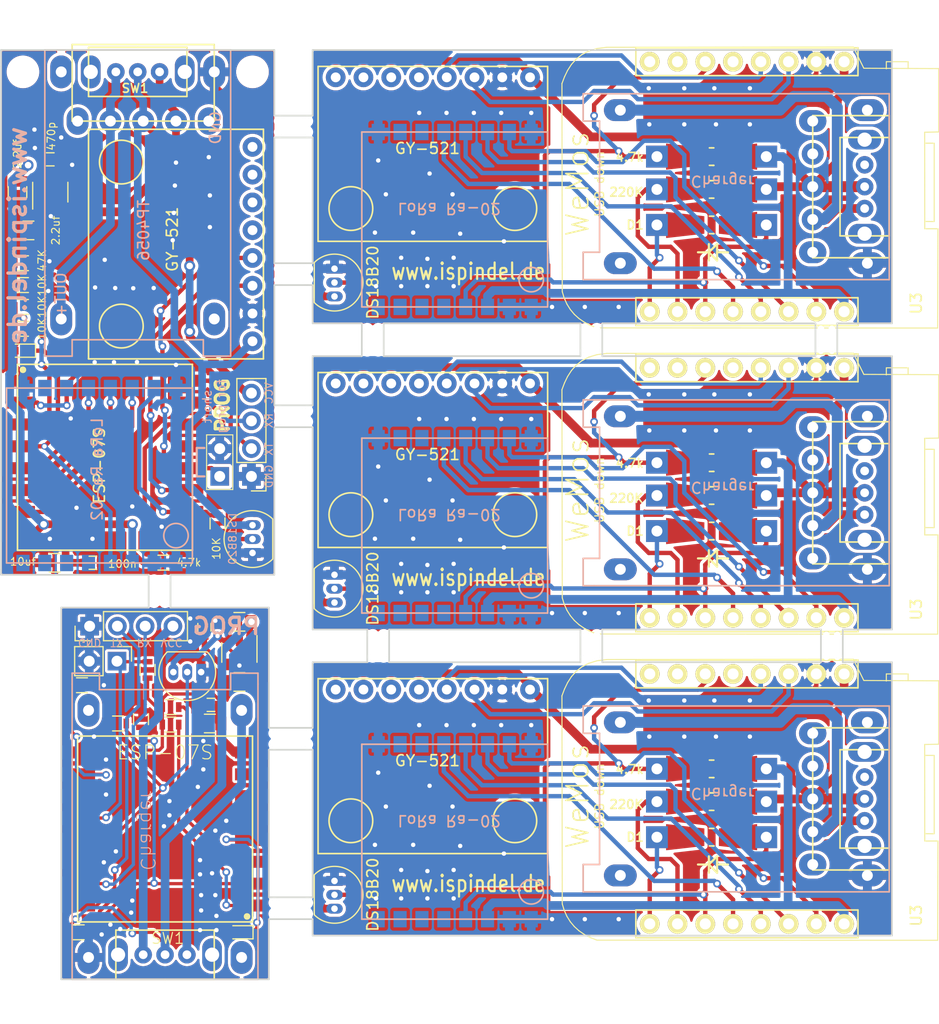
<source format=kicad_pcb>
(kicad_pcb (version 20221018) (generator pcbnew)
  (layers (0 "F.Cu" signal) (31 "B.Cu" signal) (34 "B.Paste" user) (35 "F.Paste" user) (36 "B.SilkS" user "B.Silkscreen") (37 "F.SilkS" user "F.Silkscreen") (38 "B.Mask" user) (39 "F.Mask" user) (44 "Edge.Cuts" user))
  (net 0 "")
  (net 1 "GND")
  (net 2 "Net-(C2-Pad1)")
  (net 3 "+3V3")
  (net 4 "/SDA")
  (net 5 "/SCL")
  (net 6 "VCC")
  (net 7 "Net-(R1-Pad2)")
  (net 8 "/Temp")
  (net 9 "/EN")
  (net 10 "Net-(D1-Pad2)")
  (net 11 "/NSS")
  (net 12 "/RES")
  (net 13 "/MOSI")
  (net 14 "/MISO")
  (net 15 "/SCK")
  (net 16 "Net-(J2-Pad2)")
  (net 17 "Net-(J2-Pad3)")
  (net 18 "/VCC_PROG")
  (net 19 "Net-(SW1-Pad3)")
  (net 20 "Net-(R1-Pad1)")
  (net 21 "+5V")
  (net 22 "Net-(SW1-Pad1)")
  (net 23 "Net-(U1-Pad6)")
  (net 24 "Net-(U1-Pad5)")
  (net 25 "Net-(U1-Pad7)")
  (net 26 "Net-(U1-Pad8)")
  (net 27 "Net-(U2-Pad8)")
  (net 28 "Net-(U2-Pad7)")
  (net 29 "Net-(U2-Pad6)")
  (net 30 "Net-(U2-Pad5)")
  (net 31 "Net-(U2-Pad11)")
  (net 32 "Net-(U2-Pad10)")
  (net 33 "Net-(U3-Pad8)")
  (net 34 "Net-(U3-Pad7)")
  (net 35 "Net-(U4-Pad4)")
  (net 36 "Net-(U3-Pad5)")
  (net 37 "Net-(U4-Pad1)")
  (net 38 "Net-(SW2-Pad3)")
  (net 39 "Net-(R6-Pad2)")
  (net 40 "/PROG")
  (footprint "Resistors_Universal:Resistor_SMD+THTuniversal_0805to1206_RM10_HandSoldering" (layer "F.Cu") (at 96.5 49 180)
    (fp_text reference "D1")
    (fp_text value "Schottky" hide)
  )
  (footprint "Resistors_Universal:Resistor_SMD+THTuniversal_0805to1206_RM10_HandSoldering" (layer "F.Cu") (at 96.5 45.75)
    (fp_text reference "R1" hide)
    (fp_text value "220K")
  )
  (footprint "Resistors_Universal:Resistor_SMD+THTuniversal_0805to1206_RM10_HandSoldering" (layer "F.Cu") (at 96.5 42.75 180)
    (fp_text reference "R2" hide)
    (fp_text value "4.7k")
  )
  (footprint "GY-521" (layer "F.Cu") (at 71 42.5 180)
    (fp_text reference "U1" hide)
    (fp_text value "GY-521")
  )
  (footprint "TO_SOT_Packages_THT:TO-92_Inline_Narrow_Oval" (layer "F.Cu") (at 62 53 -90)
    (fp_text reference "U5" hide)
    (fp_text value "DS18B20" hide)
  )
  (footprint "wemos_D1_mini_board" (layer "F.Cu") (at 101 45.5 90)
    (fp_text reference "U3")
    (fp_text value "WeMos_mini" hide)
  )
  (footprint "KiCadCustomLibs:GY-521" (layer "F.Cu") (at 47.5 50.75 90)
    (fp_text reference "U2" hide)
    (fp_text value "GY-521")
  )
  (footprint "Capacitors_SMD:C_0805" (layer "F.Cu") (at 34 49.5 180)
    (fp_text reference "C1" hide)
    (fp_text value "2.2uf")
  )
  (footprint "Capacitors_SMD:C_0603" (layer "F.Cu") (at 36 43 180)
    (fp_text reference "C2" hide)
    (fp_text value "470p")
  )
  (footprint "Capacitors_SMD:C_0805" (layer "F.Cu") (at 33 46 -90)
    (fp_text reference "C3" hide)
    (fp_text value "2.2uf")
  )
  (footprint "Resistors_SMD:R_0603" (layer "F.Cu") (at 33.5 52.5 180)
    (fp_text reference "R1" hide)
    (fp_text value "47K")
  )
  (footprint "Resistors_SMD:R_0603" (layer "F.Cu") (at 46.35 79.89)
    (fp_text reference "R2" hide)
    (fp_text value "4.7k")
  )
  (footprint "Resistors_SMD:R_0603" (layer "F.Cu") (at 33.5 54.5)
    (fp_text reference "R3" hide)
    (fp_text value "10K")
  )
  (footprint "TO_SOT_Packages_SMD:SOT-23-5" (layer "F.Cu") (at 36 46 90)
    (fp_text reference "U1" hide)
    (fp_text value "MIC5219-3.3" hide)
  )
  (footprint "TO_SOT_Packages_THT:TO-92_Inline_Narrow_Oval" (layer "F.Cu") (at 54.5 79 90)
    (fp_text reference "U4" hide)
    (fp_text value "DS18B20" hide)
  )
  (footprint "Capacitors_SMD:C_0603" (layer "F.Cu") (at 39.9 79.9)
    (fp_text reference "C4" hide)
    (fp_text value "100n")
  )
  (footprint "Capacitors_SMD:C_0805" (layer "F.Cu") (at 36.4 79.9 180)
    (fp_text reference "C5" hide)
    (fp_text value "10uf")
  )
  (footprint "Pin_Headers:Pin_Header_Straight_1x02_Pitch2.54mm" (layer "F.Cu") (at 51.5 72 180)
    (fp_text reference "J1" hide)
    (fp_text value "PROG")
  )
  (footprint "Resistors_SMD:R_0603" (layer "F.Cu") (at 33.5 56.5 180)
    (fp_text reference "R4" hide)
    (fp_text value "10K")
  )
  (footprint "Resistors_SMD:R_0603" (layer "F.Cu") (at 33.5 58.5)
    (fp_text reference "R5" hide)
    (fp_text value "10K")
  )
  (footprint "Resistors_SMD:R_0603" (layer "F.Cu") (at 51.3 76.3 90)
    (fp_text reference "R6" hide)
    (fp_text value "10K")
  )
  (footprint "ESP-07S" (layer "F.Cu") (at 41 70.25)
    (fp_text reference "U6" hide)
    (fp_text value "ESP-07S")
  )
  (footprint "Pin_Headers:Pin_Header_Straight_1x04_Pitch2.54mm" (layer "F.Cu") (at 54.4 72 180)
    (fp_text reference "J2" hide)
    (fp_text value "PROG_con" hide)
  )
  (footprint "Diodes_SMD:D_SOD-523" (layer "F.Cu") (at 33.5 60.5 180)
    (fp_text reference "D1" hide)
    (fp_text value "Schottky" hide)
  )
  (footprint "KiCadCustomLibs:SK12D07VG3" (layer "F.Cu") (at 44 35 180)
    (fp_text reference "SW1")
    (fp_text value "SW_SPDT" hide)
  )
  (footprint "Mounting_Holes:MountingHole_3.2mm_M3" (layer "F.Cu") (at 33.5 35 90)
    (fp_text reference "REF**" hide)
    (fp_text value "MountingHole_3.2mm_M3" hide)
  )
  (footprint "Mounting_Holes:MountingHole_3.2mm_M3" (layer "F.Cu") (at 54.5 35 90)
    (fp_text reference "REF**" hide)
    (fp_text value "MountingHole_3.2mm_M3" hide)
  )
  (footprint "KiCadCustomLibs:SK12D07VG3" (layer "F.Cu") (at 110.5 45.5 90)
    (fp_text reference "SW1" hide)
    (fp_text value "SW_SPDT" hide)
  )
  (footprint "SS-12F23" (layer "F.Cu") (at 105.75 45.5 -90)
    (fp_text reference "SW2" hide)
    (fp_text value "SW_SPDT" hide)
  )
  (footprint "Mounting_Holes:MountingHole_3.2mm_M3" (layer "F.Cu") (at 42.49 58.23 90)
    (fp_text reference "REF**" hide)
    (fp_text value "MountingHole_3.2mm_M3" hide)
  )
  (footprint "Mounting_Holes:MountingHole_3.2mm_M3" (layer "F.Cu") (at 42.51 43.22 90)
    (fp_text reference "REF**" hide)
    (fp_text value "MountingHole_3.2mm_M3" hide)
  )
  (footprint "KiCadCustomLibs:SS-12F23" (layer "F.Cu") (at 44.5 39.5)
    (fp_text reference "SW2" hide)
    (fp_text value "SW_SPDT")
  )
  (footprint "Wire_Pads:SolderWirePad_single_SMD_5x10mm" (layer "F.Cu") (at 63.5 47.5)
    (fp_text reference "REF**" hide)
    (fp_text value "SolderWirePad_single_SMD_5x10mm" hide)
  )
  (footprint "Wire_Pads:SolderWirePad_single_SMD_5x10mm" (layer "F.Cu") (at 78.5 47.5)
    (fp_text reference "REF**" hide)
    (fp_text value "SolderWirePad_single_SMD_5x10mm" hide)
  )
  (footprint "Mounting_Holes:MountingHole_3.2mm_M3" (layer "F.Cu") (at 57 39.5 90)
    (fp_text reference "REF**" hide)
    (fp_text value "MountingHole_3.2mm_M3" hide)
  )
  (footprint "Mounting_Holes:MountingHole_3.2mm_M3" (layer "F.Cu") (at 57 40.5 90)
    (fp_text reference "REF**" hide)
    (fp_text value "MountingHole_3.2mm_M3" hide)
  )
  (footprint "Mounting_Holes:MountingHole_3.2mm_M3" (layer "F.Cu") (at 59.5 39.5 90)
    (fp_text reference "REF**" hide)
    (fp_text value "MountingHole_3.2mm_M3" hide)
  )
  (footprint "Mounting_Holes:MountingHole_3.2mm_M3" (layer "F.Cu") (at 59.5 40.5 90)
    (fp_text reference "REF**" hide)
    (fp_text value "MountingHole_3.2mm_M3" hide)
  )
  (footprint "Mounting_Holes:MountingHole_3.2mm_M3" (layer "F.Cu") (at 59.5 53 90)
    (fp_text reference "REF**" hide)
    (fp_text value "MountingHole_3.2mm_M3" hide)
  )
  (footprint "Mounting_Holes:MountingHole_3.2mm_M3" (layer "F.Cu") (at 59.5 54 90)
    (fp_text reference "REF**" hide)
    (fp_text value "MountingHole_3.2mm_M3" hide)
  )
  (footprint "Mounting_Holes:MountingHole_3.2mm_M3" (layer "F.Cu") (at 57 54 90)
    (fp_text reference "REF**" hide)
    (fp_text value "MountingHole_3.2mm_M3" hide)
  )
  (footprint "Mounting_Holes:MountingHole_3.2mm_M3" (layer "F.Cu") (at 57 53 90)
    (fp_text reference "REF**" hide)
    (fp_text value "MountingHole_3.2mm_M3" hide)
  )
  (footprint "Mounting_Holes:MountingHole_3.2mm_M3" (layer "F.Cu") (at 65 58.5 90)
    (fp_text reference "REF**" hide)
    (fp_text value "MountingHole_3.2mm_M3" hide)
  )
  (footprint "Mounting_Holes:MountingHole_3.2mm_M3" (layer "F.Cu") (at 66 58.5 90)
    (fp_text reference "REF**" hide)
    (fp_text value "MountingHole_3.2mm_M3" hide)
  )
  (footprint "Mounting_Holes:MountingHole_3.2mm_M3" (layer "F.Cu") (at 65 60.5 90)
    (fp_text reference "REF**" hide)
    (fp_text value "MountingHole_3.2mm_M3" hide)
  )
  (footprint "Mounting_Holes:MountingHole_3.2mm_M3" (layer "F.Cu") (at 66 60.5 90)
    (fp_text reference "REF**" hide)
    (fp_text value "MountingHole_3.2mm_M3" hide)
  )
  (footprint "Mounting_Holes:MountingHole_3.2mm_M3" (layer "F.Cu") (at 57 66 90)
    (fp_text reference "REF**" hide)
    (fp_text value "MountingHole_3.2mm_M3" hide)
  )
  (footprint "Mounting_Holes:MountingHole_3.2mm_M3" (layer "F.Cu") (at 59.5 66 90)
    (fp_text reference "REF**" hide)
    (fp_text value "MountingHole_3.2mm_M3" hide)
  )
  (footprint "Mounting_Holes:MountingHole_3.2mm_M3" (layer "F.Cu") (at 59.5 67 90)
    (fp_text reference "REF**" hide)
    (fp_text value "MountingHole_3.2mm_M3" hide)
  )
  (footprint "Mounting_Holes:MountingHole_3.2mm_M3" (layer "F.Cu") (at 57 67 90)
    (fp_text reference "REF**" hide)
    (fp_text value "MountingHole_3.2mm_M3" hide)
  )
  (footprint "Mounting_Holes:MountingHole_3.2mm_M3" (layer "F.Cu") (at 85 58.5 90)
    (fp_text reference "REF**" hide)
    (fp_text value "MountingHole_3.2mm_M3" hide)
  )
  (footprint "Mounting_Holes:MountingHole_3.2mm_M3" (layer "F.Cu") (at 86 58.5 90)
    (fp_text reference "REF**" hide)
    (fp_text value "MountingHole_3.2mm_M3" hide)
  )
  (footprint "Mounting_Holes:MountingHole_3.2mm_M3" (layer "F.Cu") (at 85 60.5 90)
    (fp_text reference "REF**" hide)
    (fp_text value "MountingHole_3.2mm_M3" hide)
  )
  (footprint "Mounting_Holes:MountingHole_3.2mm_M3" (layer "F.Cu") (at 86 60.5 90)
    (fp_text reference "REF**" hide)
    (fp_text value "MountingHole_3.2mm_M3" hide)
  )
  (footprint "Mounting_Holes:MountingHole_3.2mm_M3" (layer "F.Cu") (at 106.5 58.5 90)
    (fp_text reference "REF**" hide)
    (fp_text value "MountingHole_3.2mm_M3" hide)
  )
  (footprint "Mounting_Holes:MountingHole_3.2mm_M3" (layer "F.Cu") (at 107.5 58.5 90)
    (fp_text reference "REF**" hide)
    (fp_text value "MountingHole_3.2mm_M3" hide)
  )
  (footprint "Mounting_Holes:MountingHole_3.2mm_M3" (layer "F.Cu") (at 106.5 60.5 90)
    (fp_text reference "REF**" hide)
    (fp_text value "MountingHole_3.2mm_M3" hide)
  )
  (footprint "Mounting_Holes:MountingHole_3.2mm_M3" (layer "F.Cu") (at 107.5 60.5 90)
    (fp_text reference "REF**" hide)
    (fp_text value "MountingHole_3.2mm_M3" hide)
  )
  (footprint "Mounting_Holes:MountingHole_3.2mm_M3" (layer "F.Cu") (at 65.5 86.5 90)
    (fp_text reference "REF**" hide)
    (fp_text value "MountingHole_3.2mm_M3" hide)
  )
  (footprint "Mounting_Holes:MountingHole_3.2mm_M3" (layer "F.Cu") (at 66.5 86.5 90)
    (fp_text reference "REF**" hide)
    (fp_text value "MountingHole_3.2mm_M3" hide)
  )
  (footprint "Mounting_Holes:MountingHole_3.2mm_M3" (layer "F.Cu") (at 66.5 88.5 90)
    (fp_text reference "REF**" hide)
    (fp_text value "MountingHole_3.2mm_M3" hide)
  )
  (footprint "Mounting_Holes:MountingHole_3.2mm_M3" (layer "F.Cu") (at 65.5 88.5 90)
    (fp_text reference "REF**" hide)
    (fp_text value "MountingHole_3.2mm_M3" hide)
  )
  (footprint "Mounting_Holes:MountingHole_3.2mm_M3" (layer "F.Cu") (at 85 86.5 90)
    (fp_text reference "REF**" hide)
    (fp_text value "MountingHole_3.2mm_M3" hide)
  )
  (footprint "Mounting_Holes:MountingHole_3.2mm_M3" (layer "F.Cu") (at 86 86.5 90)
    (fp_text reference "REF**" hide)
    (fp_text value "MountingHole_3.2mm_M3" hide)
  )
  (footprint "Mounting_Holes:MountingHole_3.2mm_M3" (layer "F.Cu") (at 85 88.5 90)
    (fp_text reference "REF**" hide)
    (fp_text value "MountingHole_3.2mm_M3" hide)
  )
  (footprint "Mounting_Holes:MountingHole_3.2mm_M3" (layer "F.Cu") (at 86 88.5 90)
    (fp_text reference "REF**" hide)
    (fp_text value "MountingHole_3.2mm_M3" hide)
  )
  (footprint "Mounting_Holes:MountingHole_3.2mm_M3" (layer "F.Cu") (at 107 86.5 90)
    (fp_text reference "REF**" hide)
    (fp_text value "MountingHole_3.2mm_M3" hide)
  )
  (footprint "Mounting_Holes:MountingHole_3.2mm_M3" (layer "F.Cu") (at 108 86.5 90)
    (fp_text reference "REF**" hide)
    (fp_text value "MountingHole_3.2mm_M3" hide)
  )
  (footprint "Mounting_Holes:MountingHole_3.2mm_M3" (layer "F.Cu") (at 108 88.5 90)
    (fp_text reference "REF**" hide)
    (fp_text value "MountingHole_3.2mm_M3" hide)
  )
  (footprint "Mounting_Holes:MountingHole_3.2mm_M3" (layer "F.Cu") (at 107 88.5 90)
    (fp_text reference "REF**" hide)
    (fp_text value "MountingHole_3.2mm_M3" hide)
  )
  (footprint "Capacitors_SMD:C_0805" (layer "F.Cu") (at 53.3 85.3 180)
    (fp_text reference "C1" hide)
    (fp_text value "2.2uf" hide)
  )
  (footprint "Capacitors_SMD:C_0603" (layer "F.Cu") (at 50.1 85.8 90)
    (fp_text reference "C2" hide)
    (fp_text value "470p" hide)
  )
  (footprint "Capacitors_SMD:C_0805" (layer "F.Cu") (at 53.3 90.8 180)
    (fp_text reference "C3" hide)
    (fp_text value "2.2uf" hide)
  )
  (footprint "Capacitors_SMD:C_0603" (layer "F.Cu") (at 50.7 92.9 180)
    (fp_text reference "C4" hide)
    (fp_text value "100n" hide)
  )
  (footprint "Capacitors_SMD:C_0805" (layer "F.Cu") (at 50.6 94.6 180)
    (fp_text reference "C5" hide)
    (fp_text value "10uf" hide)
  )
  (footprint "Diodes_SMD:D_SOD-523" (layer "F.Cu") (at 53.4 113.7 180)
    (fp_text reference "D1" hide)
    (fp_text value "Schottky" hide)
  )
  (footprint "Pin_Headers:Pin_Header_Straight_1x02_Pitch2.54mm" (layer "F.Cu") (at 42.1 88.9 -90)
    (fp_text reference "J1" hide)
    (fp_text value "PROG")
  )
  (footprint "Pin_Headers:Pin_Header_Straight_1x04_Pitch2.54mm" (layer "F.Cu") (at 39.6 85.7 90)
    (fp_text reference "J2" hide)
    (fp_text value "PROG_con" hide)
  )
  (footprint "Resistors_SMD:R_0603" (layer "F.Cu") (at 38.6 113.7)
    (fp_text reference "R1" hide)
    (fp_text value "47K" hide)
  )
  (footprint "Resistors_SMD:R_0603" (layer "F.Cu") (at 42.2 94.6 180)
    (fp_text reference "R2" hide)
    (fp_text value "4.7k" hide)
  )
  (footprint "Resistors_SMD:R_0603" (layer "F.Cu") (at 44.3 94.2 90)
    (fp_text reference "R3" hide)
    (fp_text value "10K" hide)
  )
  (footprint "Resistors_SMD:R_0603" (layer "F.Cu") (at 47 93.1 180)
    (fp_text reference "R4" hide)
    (fp_text value "10K" hide)
  )
  (footprint "Resistors_SMD:R_0603" (layer "F.Cu") (at 47 94.7)
    (fp_text reference "R5" hide)
    (fp_text value "10K" hide)
  )
  (footprint "Resistors_SMD:R_0603" (layer "F.Cu") (at 38.9 91.1 180)
    (fp_text reference "R6" hide)
    (fp_text value "10K" hide)
  )
  (footprint "KiCadCustomLibs:SK12D07VG3" (layer "F.Cu") (at 46.5 115.75)
    (fp_text reference "SW1")
    (fp_text value "SW_SPDT" hide)
  )
  (footprint "TO_SOT_Packages_SMD:SOT-23-5" (layer "F.Cu") (at 53.3 88.1 -90)
    (fp_text reference "U1" hide)
    (fp_text value "MIC5219-3.3" hide)
  )
  (footprint "TO_SOT_Packages_THT:TO-92_Inline_Narrow_Oval" (layer "F.Cu") (at 49.8 89.9 180)
    (fp_text reference "U4" hide)
    (fp_text value "DS18B20" hide)
  )
  (footprint "KiCadCustomLibs:ESP-07S" (layer "F.Cu") (at 46.5 104.25 180)
    (fp_text reference "U6" hide)
    (fp_text value "ESP-07S")
  )
  (footprint "Resistors_SMD:R_0603" (layer "F.Cu") (at 44.9 89.7 -90)
    (fp_text reference "R7" hide)
    (fp_text value "10K" hide)
  )
  (footprint "Mounting_Holes:MountingHole_3.2mm_M3" (layer "F.Cu") (at 45.5 81.5 90)
    (fp_text reference "REF**" hide)
    (fp_text value "MountingHole_3.2mm_M3" hide)
  )
  (footprint "Mounting_Holes:MountingHole_3.2mm_M3" (layer "F.Cu") (at 46.5 81.5 90)
    (fp_text reference "REF**" hide)
    (fp_text value "MountingHole_3.2mm_M3" hide)
  )
  (footprint "Mounting_Holes:MountingHole_3.2mm_M3" (layer "F.Cu") (at 46.5 83.5 90)
    (fp_text reference "REF**" hide)
    (fp_text value "MountingHole_3.2mm_M3" hide)
  )
  (footprint "Mounting_Holes:MountingHole_3.2mm_M3" (layer "F.Cu") (at 45.5 83.5 90)
    (fp_text reference "REF**" hide)
    (fp_text value "MountingHole_3.2mm_M3" hide)
  )
  (footprint "Mounting_Holes:MountingHole_3.2mm_M3" (layer "F.Cu") (at 56.5 95.5 90)
    (fp_text reference "REF**" hide)
    (fp_text value "MountingHole_3.2mm_M3" hide)
  )
  (footprint "Mounting_Holes:MountingHole_3.2mm_M3" (layer "F.Cu") (at 56.5 96.5 90)
    (fp_text reference "REF**" hide)
    (fp_text value "MountingHole_3.2mm_M3" hide)
  )
  (footprint "Mounting_Holes:MountingHole_3.2mm_M3" (layer "F.Cu") (at 59.5 96.5 90)
    (fp_text reference "REF**" hide)
    (fp_text value "MountingHole_3.2mm_M3" hide)
  )
  (footprint "Mounting_Holes:MountingHole_3.2mm_M3" (layer "F.Cu") (at 59.5 95.5 90)
    (fp_text reference "REF**" hide)
    (fp_text value "MountingHole_3.2mm_M3" hide)
  )
  (footprint "Mounting_Holes:MountingHole_3.2mm_M3" (layer "F.Cu") (at 59.5 111 90)
    (fp_text reference "REF**" hide)
    (fp_text value "MountingHole_3.2mm_M3" hide)
  )
  (footprint "Mounting_Holes:MountingHole_3.2mm_M3" (layer "F.Cu") (at 59.5 112 90)
    (fp_text reference "REF**" hide)
    (fp_text value "MountingHole_3.2mm_M3" hide)
  )
  (footprint "Mounting_Holes:MountingHole_3.2mm_M3" (layer "F.Cu") (at 56.5 112 90)
    (fp_text reference "REF**" hide)
    (fp_text value "MountingHole_3.2mm_M3" hide)
  )
  (footprint "Mounting_Holes:MountingHole_3.2mm_M3" (layer "F.Cu") (at 56.5 111 90)
    (fp_text reference "REF**" hide)
    (fp_text value "MountingHole_3.2mm_M3" hide)
  )
  (footprint "Wire_Pads:SolderWirePad_single_SMD_5x10mm" (layer "F.Cu") (at 78.5 75.5)
    (fp_text reference "REF**" hide)
    (fp_text value "SolderWirePad_single_SMD_5x10mm" hide)
  )
  (footprint "KiCadCustomLibs:SK12D07VG3" (layer "F.Cu") (at 110.5 73.5 90)
    (fp_text reference "SW1" hide)
    (fp_text value "SW_SPDT" hide)
  )
  (footprint "GY-521" (layer "F.Cu") (at 71 70.5 180)
    (fp_text reference "U1" hide)
    (fp_text value "GY-521")
  )
  (footprint "Resistors_Universal:Resistor_SMD+THTuniversal_0805to1206_RM10_HandSoldering" (layer "F.Cu") (at 96.5 77 180)
    (fp_text reference "D1")
    (fp_text value "Schottky" hide)
  )
  (footprint "wemos_D1_mini_board" (layer "F.Cu") (at 101 101.5 90)
    (fp_text reference "U3")
    (fp_text value "WeMos_mini" hide)
  )
  (footprint "Resistors_Universal:Resistor_SMD+THTuniversal_0805to1206_RM10_HandSoldering" (layer "F.Cu") (at 96.5 105 180)
    (fp_text reference "D1")
    (fp_text value "Schottky" hide)
  )
  (footprint "Resistors_Universal:Resistor_SMD+THTuniversal_0805to1206_RM10_HandSoldering" (layer "F.Cu") (at 96.5 98.75 180)
    (fp_text reference "R2" hide)
    (fp_text value "4.7k")
  )
  (footprint "Wire_Pads:SolderWirePad_single_SMD_5x10mm" (layer "F.Cu") (at 63.5 75.5)
    (fp_text reference "REF**" hide)
    (fp_text value "SolderWirePad_single_SMD_5x10mm" hide)
  )
  (footprint "SS-12F23" (layer "F.Cu") (at 105.75 73.5 -90)
    (fp_text reference "SW2" hide)
    (fp_text value "SW_SPDT" hide)
  )
  (footprint "Resistors_Universal:Resistor_SMD+THTuniversal_0805to1206_RM10_HandSoldering" (layer "F.Cu") (at 96.5 73.75)
    (fp_text reference "R1" hide)
    (fp_text value "220K")
  )
  (footprint "KiCadCustomLibs:SK12D07VG3" (layer "F.Cu") (at 110.5 101.5 90)
    (fp_text reference "SW1" hide)
    (fp_text value "SW_SPDT" hide)
  )
  (footprint "Wire_Pads:SolderWirePad_single_SMD_5x10mm" (layer "F.Cu") (at 63.5 103.5)
    (fp_text reference "REF**" hide)
    (fp_text value "SolderWirePad_single_SMD_5x10mm" hide)
  )
  (footprint "Wire_Pads:SolderWirePad_single_SMD_5x10mm" (layer "F.Cu") (at 78.5 103.5)
    (fp_text reference "REF**" hide)
    (fp_text value "SolderWirePad_single_SMD_5x10mm" hide)
  )
  (footprint "Resistors_Universal:Resistor_SMD+THTuniversal_0805to1206_RM10_HandSoldering" (layer "F.Cu") (at 96.5 101.75)
    (fp_text reference "R1" hide)
    (fp_text value "220K")
  )
  (footprint "wemos_D1_mini_board" (layer "F.Cu") (at 101 73.5 90)
    (fp_text reference "U3")
    (fp_text value "WeMos_mini" hide)
  )
  (footprint "SS-12F23" (layer "F.Cu") (at 105.75 101.5 -90)
    (fp_text reference "SW2" hide)
    (fp_text value "SW_SPDT" hide)
  )
  (footprint "TO_SOT_Packages_THT:TO-92_Inline_Narrow_Oval" (layer "F.Cu") (at 62 81 -90)
    (fp_text reference "U5" hide)
    (fp_text value "DS18B20" hide)
  )
  (footprint "GY-521" (layer "F.Cu") (at 71 98.5 180)
    (fp_text reference "U1" hide)
    (fp_text value "GY-521")
  )
  (footprint "Resistors_Universal:Resistor_SMD+THTuniversal_0805to1206_RM10_HandSoldering" (layer "F.Cu") (at 96.5 70.75 180)
    (fp_text reference "R2" hide)
    (fp_text value "4.7k")
  )
  (footprint "TO_SOT_Packages_THT:TO-92_Inline_Narrow_Oval" (layer "F.Cu") (at 62 109 -90)
    (fp_text reference "U5" hide)
    (fp_text value "DS18B20" hide)
  )
  (footprint "LoRa_Ra-02" (layer "B.Cu") (at 73 48.5 90)
    (fp_text reference "U2" hide)
    (fp_text value "LoRa_Ra-02")
  )
  (footprint "KiCadCustomLibs:TP4056-shield-6PIN" (layer "B.Cu") (at 99.25 45.5 180)
    (fp_text reference "U4" hide)
    (fp_text value "TP4056-shield-6PIN" hide)
  )
  (footprint "TP4056-shield-6PIN" (layer "B.Cu") (at 44 46.5 -90)
    (fp_text reference "U3" hide)
    (fp_text value "TP4056-shield-6PIN" hide)
  )
  (footprint "KiCadCustomLibs:LoRa_Ra-02" (layer "B.Cu") (at 40.5 71.92 90)
    (fp_text reference "U5" hide)
    (fp_text value "LoRa_Ra-02")
  )
  (footprint "KiCadCustomLibs:TP4056-shield-6PIN" (layer "B.Cu") (at 46.5 104.5 90)
    (fp_text reference "U3" hide)
    (fp_text value "TP4056-shield-6PIN" hide)
  )
  (footprint "LoRa_Ra-02" (layer "B.Cu") (at 73 104.5 90)
    (fp_text reference "U2" hide)
    (fp_text value "LoRa_Ra-02")
  )
  (footprint "KiCadCustomLibs:TP4056-shield-6PIN" (layer "B.Cu") (at 99.25 73.5 180)
    (fp_text reference "U4" hide)
    (fp_text value "TP4056-shield-6PIN" hide)
  )
  (footprint "LoRa_Ra-02" (layer "B.Cu") (at 73 76.5 90)
    (fp_text reference "U2" hide)
    (fp_text value "LoRa_Ra-02")
  )
  (footprint "KiCadCustomLibs:TP4056-shield-6PIN" (layer "B.Cu") (at 99.25 101.5 180)
    (fp_text reference "U4" hide)
    (fp_text value "TP4056-shield-6PIN" hide)
  )
  (gr_line (start 49.4 72) (end 49.4 69.4) (stroke (width 0.2)) (layer "B.SilkS"))
  (gr_line (start 49.4 69.4) (end 50.1 69.4) (stroke (width 0.2)) (layer "B.SilkS"))
  (gr_line (start 50.1 72) (end 49.4 72) (stroke (width 0.2)) (layer "B.SilkS"))
  (gr_line (start 96.25 79.5) (end 97 78.75) (stroke (width 0.2)) (layer "F.SilkS"))
  (gr_line (start 97 108.25) (end 96.25 107.5) (stroke (width 0.2)) (layer "F.SilkS"))
  (gr_line (start 97 52.25) (end 96.25 51.5) (stroke (width 0.2)) (layer "F.SilkS"))
  (gr_line (start 96.25 50.75) (end 96.25 52.25) (stroke (width 0.2)) (layer "F.SilkS"))
  (gr_line (start 97 106.75) (end 97 108.25) (stroke (width 0.2)) (layer "F.SilkS"))
  (gr_line (start 96.25 79.5) (end 95.25 79.5) (stroke (width 0.2)) (layer "F.SilkS"))
  (gr_line (start 96.25 78.75) (end 96.25 80.25) (stroke (width 0.2)) (layer "F.SilkS"))
  (gr_line (start 97 80.25) (end 96.25 79.5) (stroke (width 0.2)) (layer "F.SilkS"))
  (gr_line (start 96.25 51.5) (end 97 50.75) (stroke (width 0.2)) (layer "F.SilkS"))
  (gr_line (start 97 50.75) (end 97 52.25) (stroke (width 0.2)) (layer "F.SilkS"))
  (gr_line (start 96.25 107.5) (end 95.25 107.5) (stroke (width 0.2)) (layer "F.SilkS"))
  (gr_line (start 97 78.75) (end 97 80.25) (stroke (width 0.2)) (layer "F.SilkS"))
  (gr_line (start 96.25 107.5) (end 97 106.75) (stroke (width 0.2)) (layer "F.SilkS"))
  (gr_line (start 97 51.5) (end 98 51.5) (stroke (width 0.2)) (layer "F.SilkS"))
  (gr_line (start 97 79.5) (end 98 79.5) (stroke (width 0.2)) (layer "F.SilkS"))
  (gr_line (start 97 107.5) (end 98 107.5) (stroke (width 0.2)) (layer "F.SilkS"))
  (gr_line (start 96.25 106.75) (end 96.25 108.25) (stroke (width 0.2)) (layer "F.SilkS"))
  (gr_line (start 96.25 51.5) (end 95.25 51.5) (stroke (width 0.2)) (layer "F.SilkS"))
  (gr_line (start 56.5 54.5) (end 60 54.5) (stroke (width 0.15)) (layer "Edge.Cuts"))
  (gr_line (start 84.5 86) (end 84.5 89) (stroke (width 0.15)) (layer "Edge.Cuts"))
  (gr_line (start 60 112.5) (end 60 114) (stroke (width 0.15)) (layer "Edge.Cuts"))
  (gr_line (start 67 58) (end 66.5 58) (stroke (width 0.15)) (layer "Edge.Cuts"))
  (gr_line (start 113 61) (end 113 86) (stroke (width 0.15)) (layer "Edge.Cuts"))
  (gr_line (start 56.5 52.5) (end 56.5 41) (stroke (width 0.15)) (layer "Edge.Cuts"))
  (gr_line (start 60 54.5) (end 60 58) (stroke (width 0.15)) (layer "Edge.Cuts"))
  (gr_line (start 84.5 58) (end 67 58) (stroke (width 0.15)) (layer "Edge.Cuts"))
  (gr_line (start 113 89) (end 113 114) (stroke (width 0.15)) (layer "Edge.Cuts"))
  (gr_line (start 60 97) (end 56 97) (stroke (width 0.15)) (layer "Edge.Cuts"))
  (gr_line (start 84.5 86) (end 67 86) (stroke (width 0.15)) (layer "Edge.Cuts"))
  (gr_line (start 56.5 41) (end 60 41) (stroke (width 0.15)) (layer "Edge.Cuts"))
  (gr_line (start 60 67.5) (end 60 86) (stroke (width 0.15)) (layer "Edge.Cuts"))
  (gr_line (start 60 112.5) (end 56 112.5) (stroke (width 0.15)) (layer "Edge.Cuts"))
  (gr_line (start 56.5 33) (end 56.5 39) (stroke (width 0.15)) (layer "Edge.Cuts"))
  (gr_line (start 113 33) (end 60 33) (stroke (width 0.15)) (layer "Edge.Cuts"))
  (gr_line (start 108.5 86) (end 113 86) (stroke (width 0.15)) (layer "Edge.Cuts"))
  (gr_line (start 67 89) (end 84.5 89) (stroke (width 0.15)) (layer "Edge.Cuts"))
  (gr_line (start 106.5 86) (end 86.5 86) (stroke (width 0.15)) (layer "Edge.Cuts"))
  (gr_line (start 106 58) (end 106 61) (stroke (width 0.15)) (layer "Edge.Cuts"))
  (gr_line (start 60 97) (end 60 110.5) (stroke (width 0.15)) (layer "Edge.Cuts"))
  (gr_line (start 86.5 58) (end 106 58) (stroke (width 0.15)) (layer "Edge.Cuts"))
  (gr_line (start 31.5 34.5) (end 31.5 33) (stroke (width 0.15)) (layer "Edge.Cuts"))
  (gr_line (start 60 89) (end 60 95) (stroke (width 0.15)) (layer "Edge.Cuts"))
  (gr_line (start 67 61) (end 84.5 61) (stroke (width 0.15)) (layer "Edge.Cuts"))
  (gr_line (start 113 61) (end 108 61) (stroke (width 0.15)) (layer "Edge.Cuts"))
  (gr_line (start 67 86) (end 67 89) (stroke (width 0.15)) (layer "Edge.Cuts"))
  (gr_line (start 60 86) (end 65 86) (stroke (width 0.15)) (layer "Edge.Cuts"))
  (gr_line (start 45 81) (end 45 84) (stroke (width 0.15)) (layer "Edge.Cuts"))
  (gr_line (start 60 41) (end 60 52.5) (stroke (width 0.15)) (layer "Edge.Cuts"))
  (gr_line (start 56 110.5) (end 60 110.5) (stroke (width 0.15)) (layer "Edge.Cuts"))
  (gr_line (start 60 61) (end 60 65.5) (stroke (width 0.15)) (layer "Edge.Cuts"))
  (gr_line (start 86.5 58) (end 86.5 61) (stroke (width 0.15)) (layer "Edge.Cuts"))
  (gr_line (start 86.5 89) (end 106.5 89) (stroke (width 0.15)) (layer "Edge.Cuts"))
  (gr_line (start 56.5 67.5) (end 60 67.5) (stroke (width 0.15)) (layer "Edge.Cuts"))
  (gr_line (start 113 33) (end 113 58) (stroke (width 0.15)) (layer "Edge.Cuts"))
  (gr_line (start 86.5 86) (end 86.5 89) (stroke (width 0.15)) (layer "Edge.Cuts"))
  (gr_line (start 31.5 80.5) (end 31.5 34.5) (stroke (width 0.15)) (layer "Edge.Cuts"))
  (gr_line (start 108 58) (end 113 58) (stroke (width 0.15)) (layer "Edge.Cuts"))
  (gr_line (start 47 81) (end 56.5 81) (stroke (width 0.15)) (layer "Edge.Cuts"))
  (gr_line (start 56 84) (end 47 84) (stroke (width 0.15)) (layer "Edge.Cuts"))
  (gr_line (start 45 84) (end 37 84) (stroke (width 0.15)) (layer "Edge.Cuts"))
  (gr_line (start 106 61) (end 86.5 61) (stroke (width 0.15)) (layer "Edge.Cuts"))
  (gr_line (start 106.5 86) (end 106.5 89) (stroke (width 0.15)) (layer "Edge.Cuts"))
  (gr_line (start 66.5 61) (end 67 61) (stroke (width 0.15)) (layer "Edge.Cuts"))
  (gr_line (start 60 61) (end 64.5 61) (stroke (width 0.15)) (layer "Edge.Cuts"))
  (gr_line (start 56.5 65.5) (end 60 65.5) (stroke (width 0.15)) (layer "Edge.Cuts"))
  (gr_line (start 108 58) (end 108 61) (stroke (width 0.15)) (layer "Edge.Cuts"))
  (gr_line (start 56.5 39) (end 60 39) (stroke (width 0.15)) (layer "Edge.Cuts"))
  (gr_line (start 47 84) (end 47 81) (stroke (width 0.15)) (layer "Edge.Cuts"))
  (gr_line (start 60 89) (end 65 89) (stroke (width 0.15)) (layer "Edge.Cuts"))
  (gr_line (start 45 81) (end 31.5 81) (stroke (width 0.15)) (layer "Edge.Cuts"))
  (gr_line (start 56 118) (end 37 118) (stroke (width 0.15)) (layer "Edge.Cuts"))
  (gr_line (start 108.5 86) (end 108.5 89) (stroke (width 0.15)) (layer "Edge.Cuts"))
  (gr_line (start 60 114) (end 113 114) (stroke (width 0.15)) (layer "Edge.Cuts"))
  (gr_line (start 31.5 33) (end 56.5 33) (stroke (width 0.15)) (layer "Edge.Cuts"))
  (gr_line (start 56.5 65.5) (end 56.5 54.5) (stroke (width 0.15)) (layer "Edge.Cuts"))
  (gr_line (start 56.5 81) (end 56.5 67.5) (stroke (width 0.15)) (layer "Edge.Cuts"))
  (gr_line (start 60 58) (end 64.5 58) (stroke (width 0.15)) (layer "Edge.Cuts"))
  (gr_line (start 84.5 58) (end 84.5 61) (stroke (width 0.15)) (layer "Edge.Cuts"))
  (gr_line (start 56 95) (end 56 84) (stroke (width 0.15)) (layer "Edge.Cuts"))
  (gr_line (start 56 110.5) (end 56 97) (stroke (width 0.15)) (layer "Edge.Cuts"))
  (gr_line (start 64.5 58) (end 64.5 61) (stroke (width 0.15)) (layer "Edge.Cuts"))
  (gr_line (start 37 118) (end 37 84) (stroke (width 0.15)) (layer "Edge.Cuts"))
  (gr_line (start 66.5 58) (end 66.5 61) (stroke (width 0.15)) (layer "Edge.Cuts"))
  (gr_line (start 56 95) (end 60 95) (stroke (width 0.15)) (layer "Edge.Cuts"))
  (gr_line (start 60 33) (end 60 39) (stroke (width 0.15)) (layer "Edge.Cuts"))
  (gr_line (start 65 86) (end 65 89) (stroke (width 0.15)) (layer "Edge.Cuts"))
  (gr_line (start 31.5 80.5) (end 31.5 81) (stroke (width 0.15)) (layer "Edge.Cuts"))
  (gr_line (start 56.5 52.5) (end 60 52.5) (stroke (width 0.15)) (layer "Edge.Cuts"))
  (gr_line (start 56 118) (end 56 112.5) (stroke (width 0.15)) (layer "Edge.Cuts"))
  (gr_line (start 113 89) (end 108.5 89) (stroke (width 0.15)) (layer "Edge.Cuts"))
  (gr_text "TX" (at 56 69.5 90) (layer "B.SilkS") (effects (font (size 0.7 0.7) (thickness 0.1)) (justify mirror)))
  (gr_text "GND" (at 56 72 90) (layer "B.SilkS") (effects (font (size 0.7 0.7) (thickness 0.1)) (justify mirror)))
  (gr_text "LoRa Ra-02" (at 40.28 71.35 90) (layer "B.SilkS") (effects (font (size 1 1)) (justify mirror)))
  (gr_text "TX" (at 42.1 87.2 180) (layer "B.SilkS") (effects (font (size 0.7 0.7) (thickness 0.1)) (justify mirror)))
  (gr_text "Charger" (at 97.5 73 180) (layer "B.SilkS") (effects (font (size 1 1)) (justify mirror)))
  (gr_text "OUT+" (at 36.97 55.4 90) (layer "B.SilkS") (effects (font (size 1 1)) (justify mirror)))
  (gr_text "LoRa Ra-02" (at 72.5 47.5 180) (layer "B.SilkS") (effects (font (size 1 1)) (justify mirror)))
  (gr_text "GND" (at 51.1 40.11 90) (layer "B.SilkS") (effects (font (size 1 1)) (justify mirror)))
  (gr_text "VCC" (at 47.1 87.2 180) (layer "B.SilkS") (effects (font (size 0.7 0.7) (thickness 0.1)) (justify mirror)))
  (gr_text "GND" (at 39.6 87.2 180) (layer "B.SilkS") (effects (font (size 0.7 0.7) (thickness 0.1)) (justify mirror)))
  (gr_text "Charger" (at 97.5 45 180) (layer "B.SilkS") (effects (font (size 1 1)) (justify mirror)))
  (gr_text "LoRa Ra-02" (at 72.5 103.5 180) (layer "B.SilkS") (effects (font (size 1 1)) (justify mirror)))
  (gr_text "Charger" (at 44.9 104.4 270) (layer "B.SilkS") (effects (font (size 1.27 1.27) (thickness 0.1016)) (justify mirror)))
  (gr_text "TP4056" (at 44.54 49.5 90) (layer "B.SilkS") (effects (font (size 1 1)) (justify mirror)))
  (gr_text "LoRa Ra-02" (at 72.5 75.5 180) (layer "B.SilkS") (effects (font (size 1 1)) (justify mirror)))
  (gr_text "www.ispindel.de" (at 33 50 90) (layer "B.SilkS") (effects (font (size 1.6 1.7) (thickness 0.3)) (justify mirror)))
  (gr_text "RX" (at 44.6 87.2 180) (layer "B.SilkS") (effects (font (size 0.7 0.7) (thickness 0.1)) (justify mirror)))
  (gr_text "Charger" (at 97.5 101 180) (layer "B.SilkS") (effects (font (size 1 1)) (justify mirror)))
  (gr_text "DS18B20" (at 52.68 77.71 90) (layer "B.SilkS") (effects (font (size 0.7 0.7) (thickness 0.1)) (justify mirror)))
  (gr_text "short\nfor prog" (at 51 65.6 90) (layer "B.SilkS") (effects (font (size 0.8 0.8) (thickness 0.11)) (justify mirror)))
  (gr_text "RX" (at 56 66.9 90) (layer "B.SilkS") (effects (font (size 0.7 0.7) (thickness 0.1)) (justify mirror)))
  (gr_text "VCC" (at 56 64.4 90) (layer "B.SilkS") (effects (font (size 0.7 0.7) (thickness 0.1)) (justify mirror)))
  (gr_text "www.ispindel.de" (at 74.25 81.25) (layer "F.SilkS") (effects (font (size 1.5 1.2) (thickness 0.2))))
  (gr_text "www.ispindel.de" (at 74.25 53.25) (layer "F.SilkS") (effects (font (size 1.5 1.2) (thickness 0.2))))
  (gr_text "DS18B20" (at 65.5 54.25 90) (layer "F.SilkS") (effects (font (size 1 1))))
  (gr_text "DS18B20" (at 65.5 82.25 90) (layer "F.SilkS") (effects (font (size 1 1))))
  (gr_text "www.ispindel.de" (at 74.25 109.25) (layer "F.SilkS") (effects (font (size 1.5 1.2) (thickness 0.2))))
  (gr_text "DS18B20" (at 65.5 110.25 90) (layer "F.SilkS") (effects (font (size 1 1))))
  (segment (start 35.4 78.27) (end 35.96 77.71) (width 0.4) (layer "F.Cu") (net 1))
  (segment (start 39.86 77.71) (end 40.65 78.5) (width 0.4) (layer "F.Cu") (net 1))
  (segment (start 40.65 78.5) (end 40.65 79.9) (width 0.4) (layer "F.Cu") (net 1))
  (segment (start 35.82 55.04) (end 35.06 54.5) (width 0.4) (layer "F.Cu") (net 1))
  (segment (start 35.06 54.5) (end 34.25 54.5) (width 0.4) (layer "F.Cu") (net 1))
  (segment (start 35.25 42.16) (end 35.04 41.95) (width 0.4) (layer "F.Cu") (net 1))
  (segment (start 35.04 41.95) (end 34.59 41.96) (width 0.4) (layer "F.Cu") (net 1))
  (segment (start 46.84 77.25) (end 46.19 76.6) (width 0.5) (layer "F.Cu") (net 1))
  (segment (start 43.93 61.54) (end 43.91 61.56) (width 0.5) (layer "F.Cu") (net 1))
  (segment (start 43.91 61.56) (end 41.83 61.56) (width 0.5) (layer "F.Cu") (net 1))
  (segment (start 43.5 74.75) (end 43.53 74.78) (width 0.5) (layer "F.Cu") (net 1))
  (segment (start 43.53 74.78) (end 43.56 74.78) (width 0.5) (layer "F.Cu") (net 1))
  (segment (start 40.06 62.73) (end 38.51 64.28) (width 0.5) (layer "F.Cu") (net 1))
  (segment (start 38.51 64.28) (end 38.51 66.06) (width 0.5) (layer "F.Cu") (net 1))
  (segment (start 38.51 66.06) (end 37.87 66.7) (width 0.5) (layer "F.Cu") (net 1))
  (segment (start 34.55 40.28) (end 34.56 40.29) (width 0.5) (layer "F.Cu") (net 1))
  (segment (start 34.56 40.29) (end 37 41) (width 0.5) (layer "F.Cu") (net 1))
  (segment (start 36 48.15) (end 36.05 48.2) (width 0.5) (layer "F.Cu") (net 1))
  (segment (start 40.1 54.72) (end 40.15 54.77) (width 0.4) (layer "F.Cu") (net 1))
  (segment (start 40.15 54.77) (end 41.94 54.77) (width 0.4) (layer "F.Cu") (net 1))
  (segment (start 43.59 54.79) (end 43.61 54.77) (width 0.4) (layer "F.Cu") (net 1))
  (segment (start 45.46 54.77) (end 43.61 54.77) (width 0.4) (layer "F.Cu") (net 1))
  (segment (start 40.85 52.32) (end 40.98 52.19) (width 0.4) (layer "F.Cu") (net 1))
  (segment (start 51 36.4) (end 52.8 38.2) (width 0.8) (layer "F.Cu") (net 1))
  (segment (start 52.8 38.2) (end 52.8 40.5) (width 0.8) (layer "F.Cu") (net 1))
  (segment (start 52.8 40.5) (end 50.5 42.8) (width 0.8) (layer "F.Cu") (net 1))
  (segment (start 50.6 46.3) (end 50.6 49.2) (width 0.8) (layer "F.Cu") (net 1))
  (segment (start 47.2 50.4) (end 47.3 50.3) (width 0.8) (layer "F.Cu") (net 1))
  (segment (start 47.3 50.3) (end 47.3 47.9) (width 0.8) (layer "F.Cu") (net 1))
  (segment (start 47.4 45.4) (end 47.5 45.3) (width 0.8) (layer "F.Cu") (net 1))
  (segment (start 47.5 45.3) (end 47.5 43.3) (width 0.8) (layer "F.Cu") (net 1))
  (segment (start 80 38.75) (end 77.25 38.75) (width 0.4) (layer "F.Cu") (net 1))
  (segment (start 74.75 38.75) (end 72.25 38.75) (width 0.4) (layer "F.Cu") (net 1))
  (segment (start 106.08 35.17) (end 104.75 36.5) (width 0.4) (layer "F.Cu") (net 1))
  (segment (start 104.75 36.5) (end 100 36.5) (width 0.4) (layer "F.Cu") (net 1))
  (segment (start 96.75 36.5) (end 94 36.5) (width 0.4) (layer "F.Cu") (net 1))
  (segment (start 90.75 39.75) (end 90.8 39.8) (width 0.4) (layer "F.Cu") (net 1))
  (segment (start 94 39.8) (end 96.9 39.8) (width 0.4) (layer "F.Cu") (net 1))
  (segment (start 100 39.8) (end 100.1 39.8) (width 0.4) (layer "F.Cu") (net 1))
  (segment (start 65.8 54.6) (end 68.1 54.6) (width 0.4) (layer "F.Cu") (net 1))
  (segment (start 70.5 54.6) (end 72.9 54.6) (width 0.4) (layer "F.Cu") (net 1))
  (segment (start 72.9 52) (end 72.8 52.1) (width 0.4) (layer "F.Cu") (net 1))
  (segment (start 72.8 52.1) (end 70.5 52.1) (width 0.4) (layer "F.Cu") (net 1))
  (segment (start 68.1 52) (end 65.8 49.7) (width 0.4) (layer "F.Cu") (net 1))
  (segment (start 65.8 49.7) (end 65.7 49.7) (width 0.4) (layer "F.Cu") (net 1))
  (segment (start 69.2 49.7) (end 69.3 49.8) (width 0.4) (layer "F.Cu") (net 1))
  (segment (start 69.3 49.8) (end 73.5 49.8) (width 0.4) (layer "F.Cu") (net 1))
  (segment (start 66 43.1) (end 66.5 43.6) (width 0.4) (layer "F.Cu") (net 1))
  (segment (start 66.5 43.6) (end 70 43.6) (width 0.4) (layer "F.Cu") (net 1))
  (segment (start 70 43.6) (end 70.7 44.3) (width 0.4) (layer "F.Cu") (net 1))
  (segment (start 72.8 46.2) (end 66.7 46.2) (width 0.4) (layer "F.Cu") (net 1))
  (segment (start 49.6 95.8) (end 50 96.2) (width 0.3) (layer "F.Cu") (net 1))
  (segment (start 50 98.8) (end 49.5 99.3) (width 0.3) (layer "F.Cu") (net 1))
  (segment (start 49.5 99.3) (end 49.5 100.4) (width 0.3) (layer "F.Cu") (net 1))
  (segment (start 46.9 101.7) (end 46.9 103) (width 0.3) (layer "F.Cu") (net 1))
  (segment (start 40.45 97.25) (end 40.7 97) (width 0.3) (layer "F.Cu") (net 1))
  (segment (start 40.7 97) (end 40.7 96.5) (width 0.3) (layer "F.Cu") (net 1))
  (segment (start 40.7 96.5) (end 40 95.8) (width 0.3) (layer "F.Cu") (net 1))
  (segment (start 41.1 97.9) (end 42.3 99.1) (width 0.3) (layer "F.Cu") (net 1))
  (segment (start 42.3 99.1) (end 42.3 99.9) (width 0.3) (layer "F.Cu") (net 1))
  (segment (start 42.3 99.9) (end 41.1 101.1) (width 0.3) (layer "F.Cu") (net 1))
  (segment (start 40.9 107.3) (end 41.9 106.3) (width 0.3) (layer "F.Cu") (net 1))
  (segment (start 41.9 106.3) (end 42 106.3) (width 0.3) (layer "F.Cu") (net 1))
  (segment (start 40.7 113.9) (end 41.5 113.1) (width 0.3) (layer "F.Cu") (net 1))
  (segment (start 41.5 113.1) (end 41.5 113) (width 0.3) (layer "F.Cu") (net 1))
  (segment (start 42.4 113.4) (end 43.4 112.4) (width 0.3) (layer "F.Cu") (net 1))
  (segment (start 43.4 112.4) (end 43.4 111.9) (width 0.3) (layer "F.Cu") (net 1))
  (segment (start 49.3 110.8) (end 49.8 110.3) (width 0.3) (layer "F.Cu") (net 1))
  (segment (start 49.8 111.7) (end 49.7 111.8) (width 0.3) (layer "F.Cu") (net 1))
  (segment (start 49.7 111.8) (end 49.7 113.5) (width 0.3) (layer "F.Cu") (net 1))
  (segment (start 51.2 113.5) (end 51.2 112.2) (width 0.3) (layer "F.Cu") (net 1))
  (segment (start 46.4 104) (end 49.5 107.1) (width 0.3) (layer "F.Cu") (net 1))
  (segment (start 49.5 107.1) (end 49.7 107.1) (width 0.3) (layer "F.Cu") (net 1))
  (segment (start 49.7 108.4) (end 49.8 108.3) (width 0.3) (layer "F.Cu") (net 1))
  (segment (start 49.8 108.3) (end 50.8 108.3) (width 0.3) (layer "F.Cu") (net 1))
  (segment (start 51.1 104.4) (end 52 103.5) (width 0.3) (layer "F.Cu") (net 1))
  (segment (start 52 103.5) (end 52.1 103.5) (width 0.3) (layer "F.Cu") (net 1))
  (segment (start 50.95 85.05) (end 51.1 85.2) (width 0.3) (layer "F.Cu") (net 1))
  (segment (start 49.8 88.8) (end 48.8 87.8) (width 0.3) (layer "F.Cu") (net 1))
  (segment (start 48.8 87.8) (end 48.8 87.1) (width 0.3) (layer "F.Cu") (net 1))
  (segment (start 53.2 90.8) (end 53.2 90.5) (width 0.3) (layer "F.Cu") (net 1))
  (segment (start 53.2 90.5) (end 53.3 90.4) (width 0.3) (layer "F.Cu") (net 1))
  (segment (start 53.3 90.4) (end 53.3 89.3) (width 0.3) (layer "F.Cu") (net 1))
  (segment (start 90.75 92.5) (end 90.75 95.75) (width 0.4) (layer "F.Cu") (net 1))
  (segment (start 70.5 82.6) (end 72.9 82.6) (width 0.4) (layer "F.Cu") (net 1))
  (segment (start 106.08 62.07) (end 106.08 63.17) (width 0.4) (layer "F.Cu") (net 1))
  (segment (start 80 66.75) (end 77.25 66.75) (width 0.4) (layer "F.Cu") (net 1))
  (segment (start 66 71.1) (end 66.5 71.6) (width 0.4) (layer "F.Cu") (net 1))
  (segment (start 38.8 97.25) (end 40.45 97.25) (width 0.3) (layer "F.Cu") (net 1))
  (segment (start 72.8 80.1) (end 70.5 80.1) (width 0.4) (layer "F.Cu") (net 1))
  (segment (start 74.75 94.75) (end 72.25 94.75) (width 0.4) (layer "F.Cu") (net 1))
  (segment (start 104.75 92.5) (end 100 92.5) (width 0.4) (layer "F.Cu") (net 1))
  (segment (start 90.75 67.75) (end 90.8 67.8) (width 0.4) (layer "F.Cu") (net 1))
  (segment (start 100 95.8) (end 100.1 95.8) (width 0.4) (layer "F.Cu") (net 1))
  (segment (start 90.75 36.5) (end 90.75 39.75) (width 0.4) (layer "F.Cu") (net 1))
  (segment (start 104.75 64.5) (end 100 64.5) (width 0.4) (layer "F.Cu") (net 1))
  (segment (start 70.5 110.6) (end 72.9 110.6) (width 0.4) (layer "F.Cu") (net 1))
  (segment (start 39.65 91.1) (end 40.9 91.1) (width 0.3) (layer "F.Cu") (net 1))
  (segment (start 43.5 110.8) (end 49.3 110.8) (width 0.3) (layer "F.Cu") (net 1))
  (segment (start 72.8 102.2) (end 66.7 102.2) (width 0.4) (layer "F.Cu") (net 1))
  (segment (start 90.75 95.75) (end 90.8 95.8) (width 0.4) (layer "F.Cu") (net 1))
  (segment (start 96.75 64.5) (end 94 64.5) (width 0.4) (layer "F.Cu") (net 1))
  (segment (start 81.9 56.5) (end 84.9 56.5) (width 0.4) (layer "F.Cu") (net 1))
  (segment (start 90.75 64.5) (end 90.75 67.75) (width 0.4) (layer "F.Cu") (net 1))
  (segment (start 69.3 77.8) (end 73.5 77.8) (width 0.4) (layer "F.Cu") (net 1))
  (segment (start 50.1 85.05) (end 50.95 85.05) (width 0.3) (layer "F.Cu") (net 1))
  (segment (start 49.6 94.6) (end 49.6 95.8) (width 0.3) (layer "F.Cu") (net 1))
  (segment (start 106.08 91.17) (end 104.75 92.5) (width 0.4) (layer "F.Cu") (net 1))
  (segment (start 36 47.1) (end 36 48.15) (width 0.6) (layer "F.Cu") (net 1))
  (segment (start 49.8 89.9) (end 49.8 88.8) (width 0.3) (layer "F.Cu") (net 1))
  (segment (start 72.8 74.2) (end 66.7 74.2) (width 0.4) (layer "F.Cu") (net 1))
  (segment (start 70 71.6) (end 70.7 72.3) (width 0.4) (layer "F.Cu") (net 1))
  (segment (start 106.08 34.07) (end 106.08 35.17) (width 0.4) (layer "F.Cu") (net 1))
  (segment (start 68.1 108) (end 65.8 105.7) (width 0.4) (layer "F.Cu") (net 1))
  (segment (start 96.75 92.5) (end 94 92.5) (width 0.4) (layer "F.Cu") (net 1))
  (segment (start 35.4 79.9) (end 35.4 78.27) (width 0.4) (layer "F.Cu") (net 1))
  (segment (start 48.7 77.25) (end 46.84 77.25) (width 0.5) (layer "F.Cu") (net 1))
  (segment (start 94 67.8) (end 96.9 67.8) (width 0.4) (layer "F.Cu") (net 1))
  (segment (start 80 94.75) (end 77.25 94.75) (width 0.4) (layer "F.Cu") (net 1))
  (segment (start 94 95.8) (end 96.9 95.8) (width 0.4) (layer "F.Cu") (net 1))
  (segment (start 69.2 77.7) (end 69.3 77.8) (width 0.4) (layer "F.Cu") (net 1))
  (segment (start 72.9 80) (end 72.8 80.1) (width 0.4) (layer "F.Cu") (net 1))
  (segment (start 72.9 108) (end 72.8 108.1) (width 0.4) (layer "F.Cu") (net 1))
  (segment (start 81.9 84.5) (end 84.9 84.5) (width 0.4) (layer "F.Cu") (net 1))
  (segment (start 72.8 108.1) (end 70.5 108.1) (width 0.4) (layer "F.Cu") (net 1))
  (segment (start 52.3 90.8) (end 53.2 90.8) (width 0.3) (layer "F.Cu") (net 1))
  (segment (start 66 99.1) (end 66.5 99.6) (width 0.4) (layer "F.Cu") (net 1))
  (segment (start 65.8 77.7) (end 65.7 77.7) (width 0.4) (layer "F.Cu") (net 1))
  (segment (start 65.8 110.6) (end 68.1 110.6) (width 0.4) (layer "F.Cu") (net 1))
  (segment (start 106.08 90.07) (end 106.08 91.17) (width 0.4) (layer "F.Cu") (net 1))
  (segment (start 40.06 61.56) (end 40.06 62.73) (width 0.5) (layer "F.Cu") (net 1))
  (segment (start 35.25 43) (end 35.25 42.16) (width 0.4) (layer "F.Cu") (net 1))
  (segment (start 66.5 71.6) (end 70 71.6) (width 0.4) (layer "F.Cu") (net 1))
  (segment (start 66.5 99.6) (end 70 99.6) (width 0.4) (layer "F.Cu") (net 1))
  (segment (start 65.8 82.6) (end 68.1 82.6) (width 0.4) (layer "F.Cu") (net 1))
  (segment (start 65.8 105.7) (end 65.7 105.7) (width 0.4) (layer "F.Cu") (net 1))
  (segment (start 100 67.8) (end 100.1 67.8) (width 0.4) (layer "F.Cu") (net 1))
  (segment (start 69.3 105.8) (end 73.5 105.8) (width 0.4) (layer "F.Cu") (net 1))
  (segment (start 106.08 63.17) (end 104.75 64.5) (width 0.4) (layer "F.Cu") (net 1))
  (segment (start 81.9 112.5) (end 84.9 112.5) (width 0.4) (layer "F.Cu") (net 1))
  (segment (start 68.1 80) (end 65.8 77.7) (width 0.4) (layer "F.Cu") (net 1))
  (segment (start 74.75 66.75) (end 72.25 66.75) (width 0.4) (layer "F.Cu") (net 1))
  (segment (start 69.2 105.7) (end 69.3 105.8) (width 0.4) (layer "F.Cu") (net 1))
  (segment (start 70 99.6) (end 70.7 100.3) (width 0.4) (layer "F.Cu") (net 1))
  (segment (start 35.92 52.32) (end 40.85 52.32) (width 0.4) (layer "F.Cu") (net 1))
  (segment (start 51 35) (end 51 36.4) (width 0.8) (layer "F.Cu") (net 1))
  (via (at 45.46 54.77) (size 0.7) (drill 0.4) (layers "F.Cu" "B.Cu") (net 1))
  (via (at 94 64.5) (size 0.7) (drill 0.4) (layers "F.Cu" "B.Cu") (net 1))
  (via (at 65.8 54.6) (size 0.7) (drill 0.4) (layers "F.Cu" "B.Cu") (net 1))
  (via (at 72.25 94.75) (size 0.7) (drill 0.4) (layers "F.Cu" "B.Cu") (net 1))
  (via (at 34.55 40.28) (size 0.7) (drill 0.4) (layers "F.Cu" "B.Cu") (net 1))
  (via (at 49.7 107.1) (size 0.7) (drill 0.4) (layers "F.Cu" "B.Cu") (net 1))
  (via (at 94 36.5) (size 0.7) (drill 0.4) (layers "F.Cu" "B.Cu") (net 1))
  (via (at 51.2 112.2) (size 0.7) (drill 0.4) (layers "F.Cu" "B.Cu") (net 1))
  (via (at 42 106.3) (size 0.7) (drill 0.4) (layers "F.Cu" "B.Cu") (net 1))
  (via (at 80 38.75) (size 0.7) (drill 0.4) (layers "F.Cu" "B.Cu") (net 1))
  (via (at 38.4 74.87) (size 0.7) (drill 0.4) (layers "F.Cu" "B.Cu") (net 1))
  (via (at 69.75 38.75) (size 0.7) (drill 0.4) (layers "F.Cu" "B.Cu") (net 1))
  (via (at 90.8 39.8) (size 0.7) (drill 0.4) (layers "F.Cu" "B.Cu") (net 1))
  (via (at 40.98 52.19) (size 0.7) (drill 0.4) (layers "F.Cu" "B.Cu") (net 1))
  (via (at 68.1 80) (size 0.7) (drill 0.4) (layers "F.Cu" "B.Cu") (net 1))
  (via (at 69.75 66.75) (size 0.7) (drill 0.4) (layers "F.Cu" "B.Cu") (net 1))
  (via (at 40.06 61.56) (size 0.7) (drill 0.4) (layers "F.Cu" "B.Cu") (net 1))
  (via (at 41.1 101.1) (size 0.7) (drill 0.4) (layers "F.Cu" "B.Cu") (net 1))
  (via (at 73.5 105.8) (size 0.7) (drill 0.4) (layers "F.Cu" "B.Cu") (net 1))
  (via (at 81.9 84.5) (size 0.7) (drill 0.4) (layers "F.Cu" "B.Cu") (net 1))
  (via (at 65.7 77.7) (size 0.7) (drill 0.4) (layers "F.Cu" "B.Cu") (net 1))
  (via (at 43.5 110.8) (size 0.7) (drill 0.4) (layers "F.Cu" "B.Cu") (net 1))
  (via (at 96.75 92.5) (size 0.7) (drill 0.4) (layers "F.Cu" "B.Cu") (net 1))
  (via (at 72.25 38.75) (size 0.7) (drill 0.4) (layers "F.Cu" "B.Cu") (net 1))
  (via (at 66 71.1) (size 0.7) (drill 0.4) (layers "F.Cu" "B.Cu") (net 1))
  (via (at 72.9 82.6) (size 0.7) (drill 0.4) (layers "F.Cu" "B.Cu") (net 1))
  (via (at 96.75 64.5) (size 0.7) (drill 0.4) (layers "F.Cu" "B.Cu") (net 1))
  (via (at 46.9 103) (size 0.7) (drill 0.4) (layers "F.Cu" "B.Cu") (net 1))
  (via (at 40.1 54.72) (size 0.7) (drill 0.4) (layers "F.Cu" "B.Cu") (net 1))
  (via (at 77.5 78.5) (size 0.7) (drill 0.4) (layers "F.Cu" "B.Cu") (net 1))
  (via (at 72.9 54.6) (size 0.7) (drill 0.4) (layers "F.Cu" "B.Cu") (net 1))
  (via (at 48.8 87.1) (size 0.7) (drill 0.4) (layers "F.Cu" "B.Cu") (net 1))
  (via (at 41.94 54.77) (size 0.7) (drill 0.4) (layers "F.Cu" "B.Cu") (net 1))
  (via (at 72.9 52) (size 0.7) (drill 0.4) (layers "F.Cu" "B.Cu") (net 1))
  (via (at 50 98.8) (size 0.7) (drill 0.4) (layers "F.Cu" "B.Cu") (net 1))
  (via (at 74.75 66.75) (size 0.7) (drill 0.4) (layers "F.Cu" "B.Cu") (net 1))
  (via (at 84.9 112.5) (size 0.7) (drill 0.4) (layers "F.Cu" "B.Cu") (net 1))
  (via (at 94 39.8) (size 0.7) (drill 0.4) (layers "F.Cu" "B.Cu") (net 1))
  (via (at 35.82 55.04) (size 0.7) (drill 0.4) (layers "F.Cu" "B.Cu") (net 1))
  (via (at 40.7 113.9) (size 0.7) (drill 0.4) (layers "F.Cu" "B.Cu") (net 1))
  (via (at 39.86 77.71) (size 0.7) (drill 0.4) (layers "F.Cu" "B.Cu") (net 1))
  (via (at 46.19 76.6) (size 0.7) (drill 0.4) (layers "F.Cu" "B.Cu") (net 1))
  (via (at 90.75 92.5) (size 0.7) (drill 0.4) (layers "F.Cu" "B.Cu") (net 1))
  (via (at 88 56.5) (size 0.7) (drill 0.4) (layers "F.Cu" "B.Cu") (net 1))
  (via (at 50.8 108.3) (size 0.7) (drill 0.4) (layers "F.Cu" "B.Cu") (net 1))
  (via (at 77.5 106.5) (size 0.7) (drill 0.4) (layers "F.Cu" "B.Cu") (net 1))
  (via (at 72.8 102.2) (size 0.7) (drill 0.4) (layers "F.Cu" "B.Cu") (net 1))
  (via (at 77.5 50.5) (size 0.7) (drill 0.4) (layers "F.Cu" "B.Cu") (net 1))
  (via (at 41.83 61.56) (size 0.7) (drill 0.4) (layers "F.Cu" "B.Cu") (net 1))
  (via (at 68.1 82.6) (size 0.7) (drill 0.4) (layers "F.Cu" "B.Cu") (net 1))
  (via (at 50.6 49.2) (size 0.7) (drill 0.4) (layers "F.Cu" "B.Cu") (net 1))
  (via (at 100 92.5) (size 0.7) (drill 0.4) (layers "F.Cu" "B.Cu") (net 1))
  (via (at 47.5 61.8) (size 0.7) (drill 0.4) (layers "F.Cu" "B.Cu") (net 1))
  (via (at 70.7 100.3) (size 0.7) (drill 0.4) (layers "F.Cu" "B.Cu") (net 1))
  (via (at 51.1 110.3) (size 0.7) (drill 0.4) (layers "F.Cu" "B.Cu") (net 1))
  (via (at 43.59 54.79) (size 0.7) (drill 0.4) (layers "F.Cu" "B.Cu") (net 1))
  (via (at 100 36.5) (size 0.7) (drill 0.4) (layers "F.Cu" "B.Cu") (net 1))
  (via (at 69.2 49.7) (size 0.7) (drill 0.4) (layers "F.Cu" "B.Cu") (net 1))
  (via (at 94 67.8) (size 0.7) (drill 0.4) (layers "F.Cu" "B.Cu") (net 1))
  (via (at 88 112.5) (size 0.7) (drill 0.4) (layers "F.Cu" "B.Cu") (net 1))
  (via (at 43.5 74.75) (size 0.7) (drill 0.4) (layers "F.Cu" "B.Cu") (net 1))
  (via (at 48.8 85) (size 0.7) (drill 0.4) (layers "F.Cu" "B.Cu") (net 1))
  (via (at 96.75 36.5) (size 0.7) (drill 0.4) (layers "F.Cu" "B.Cu") (net 1))
  (via (at 94 92.5) (size 0.7) (drill 0.4) (layers "F.Cu" "B.Cu") (net 1))
  (via (at 68.1 110.6) (size 0.7) (drill 0.4) (layers "F.Cu" "B.Cu") (net 1))
  (via (at 40.9 91.1) (size 0.7) (drill 0.4) (layers "F.Cu" "B.Cu") (net 1))
  (via (at 70.5 108.1) (size 0.7) (drill 0.4) (layers "F.Cu" "B.Cu") (net 1))
  (via (at 68.1 54.6) (size 0.7) (drill 0.4) (layers "F.Cu" "B.Cu") (net 1))
  (via (at 70.5 80.1) (size 0.7) (drill 0.4) (layers "F.Cu" "B.Cu") (net 1))
  (via (at 52.1 103.5) (size 0.7) (drill 0.4) (layers "F.Cu" "B.Cu") (net 1))
  (via (at 43.4 111.9) (size 0.7) (drill 0.4) (layers "F.Cu" "B.Cu") (net 1))
  (via (at 65.7 105.7) (size 0.7) (drill 0.4) (layers "F.Cu" "B.Cu") (net 1))
  (via (at 50.6 46.3) (size 0.7) (drill 0.4) (layers "F.Cu" "B.Cu") (net 1))
  (via (at 81.9 112.5) (size 0.7) (drill 0.4) (layers "F.Cu" "B.Cu") (net 1))
  (via (at 46.4 104) (size 0.7) (drill 0.4) (layers "F.Cu" "B.Cu") (net 1))
  (via (at 100 39.8) (size 0.7) (drill 0.4) (layers "F.Cu" "B.Cu") (net 1))
  (via (at 53.3 89.3) (size 0.7) (drill 0.4) (layers "F.Cu" "B.Cu") (net 1))
  (via (at 40.9 107.3) (size 0.7) (drill 0.4) (layers "F.Cu" "B.Cu") (net 1))
  (via (at 100 95.8) (size 0.7) (drill 0.4) (layers "F.Cu" "B.Cu") (net 1))
  (via (at 90.8 67.8) (size 0.7) (drill 0.4) (layers "F.Cu" "B.Cu") (net 1))
  (via (at 47.5 43.3) (size 0.7) (drill 0.4) (layers "F.Cu" "B.Cu") (net 1))
  (via (at 96.9 95.8) (size 0.7) (drill 0.4) (layers "F.Cu" "B.Cu") (net 1))
  (via (at 65.8 110.6) (size 0.7) (drill 0.4) (layers "F.Cu" "B.Cu") (net 1))
  (via (at 47.2 50.4) (size 0.7) (drill 0.4) (layers "F.Cu" "B.Cu") (net 1))
  (via (at 49.7 113.5) (size 0.7) (drill 0.4) (layers "F.Cu" "B.Cu") (net 1))
  (via (at 70.7 72.3) (size 0.7) (drill 0.4) (layers "F.Cu" "B.Cu") (net 1))
  (via (at 37.87 66.7) (size 0.7) (drill 0.4) (layers "F.Cu" "B.Cu") (net 1))
  (via (at 70.5 54.6) (size 0.7) (drill 0.4) (layers "F.Cu" "B.Cu") (net 1))
  (via (at 84.9 84.5) (size 0.7) (drill 0.4) (layers "F.Cu" "B.Cu") (net 1))
  (via (at 72.9 110.6) (size 0.7) (drill 0.4) (layers "F.Cu" "B.Cu") (net 1))
  (via (at 43.93 61.54) (size 0.7) (drill 0.4) (layers "F.Cu" "B.Cu") (net 1))
  (via (at 66.7 46.2) (size 0.7) (drill 0.4) (layers "F.Cu" "B.Cu") (net 1))
  (via (at 68.1 108) (size 0.7) (drill 0.4) (layers "F.Cu" "B.Cu") (net 1))
  (via (at 96.9 67.8) (size 0.7) (drill 0.4) (layers "F.Cu" "B.Cu") (net 1))
  (via (at 50 96.2) (size 0.7) (drill 0.4) (layers "F.Cu" "B.Cu") (net 1))
  (via (at 37 41) (size 0.7) (drill 0.4) (layers "F.Cu" "B.Cu") (net 1))
  (via (at 51.1 104.4) (size 0.7) (drill 0.4) (layers "F.Cu" "B.Cu") (net 1))
  (via (at 35.96 77.71) (size 0.7) (drill 0.4) (layers "F.Cu" "B.Cu") (net 1))
  (via (at 80 66.75) (size 0.7) (drill 0.4) (layers "F.Cu" "B.Cu") (net 1))
  (via (at 69.2 105.7) (size 0.7) (drill 0.4) (layers "F.Cu" "B.Cu") (net 1))
  (via (at 74.75 94.75) (size 0.7) (drill 0.4) (layers "F.Cu" "B.Cu") (net 1))
  (via (at 70.7 44.3) (size 0.7) (drill 0.4) (layers "F.Cu" "B.Cu") (net 1))
  (via (at 90.8 95.8) (size 0.7) (drill 0.4) (layers "F.Cu" "B.Cu") (net 1))
  (via (at 73.5 49.8) (size 0.7) (drill 0.4) (layers "F.Cu" "B.Cu") (net 1))
  (via (at 77.25 66.75) (size 0.7) (drill 0.4) (layers "F.Cu" "B.Cu") (net 1))
  (via (at 72.9 108) (size 0.7) (drill 0.4) (layers "F.Cu" "B.Cu") (net 1))
  (via (at 35.92 52.32) (size 0.7) (drill 0.4) (layers "F.Cu" "B.Cu") (net 1))
  (via (at 65.7 49.7) (size 0.7) (drill 0.4) (layers "F.Cu" "B.Cu") (net 1))
  (via (at 47.3 47.9) (size 0.7) (drill 0.4) (layers "F.Cu" "B.Cu") (net 1))
  (via (at 72.8 46.2) (size 0.7) (drill 0.4) (layers "F.Cu" "B.Cu") (net 1))
  (via (at 70.5 110.6) (size 0.7) (drill 0.4) (layers "F.Cu" "B.Cu") (net 1))
  (via (at 51.2 113.5) (size 0.7) (drill 0.4) (layers "F.Cu" "B.Cu") (net 1))
  (via (at 70.5 52.1) (size 0.7) (drill 0.4) (layers "F.Cu" "B.Cu") (net 1))
  (via (at 40 95.8) (size 0.7) (drill 0.4) (layers "F.Cu" "B.Cu") (net 1))
  (via (at 100 64.5) (size 0.7) (drill 0.4) (layers "F.Cu" "B.Cu") (net 1))
  (via (at 50.5 42.8) (size 0.7) (drill 0.4) (layers "F.Cu" "B.Cu") (net 1))
  (via (at 66.7 102.2) (size 0.7) (drill 0.4) (layers "F.Cu" "B.Cu") (net 1))
  (via (at 81.9 56.5) (size 0.7) (drill 0.4) (layers "F.Cu" "B.Cu") (net 1))
  (via (at 80 94.75) (size 0.7) (drill 0.4) (layers "F.Cu" "B.Cu") (net 1))
  (via (at 41.1 97.9) (size 0.7) (drill 0.4) (layers "F.Cu" "B.Cu") (net 1))
  (via (at 49.8 111.7) (size 0.7) (drill 0.4) (layers "F.Cu" "B.Cu") (net 1))
  (via (at 77.25 94.75) (size 0.7) (drill 0.4) (layers "F.Cu" "B.Cu") (net 1))
  (via (at 65.8 82.6) (size 0.7) (drill 0.4) (layers "F.Cu" "B.Cu") (net 1))
  (via (at 42.4 113.4) (size 0.7) (drill 0.4) (layers "F.Cu" "B.Cu") (net 1))
  (via (at 72.9 80) (size 0.7) (drill 0.4) (layers "F.Cu" "B.Cu") (net 1))
  (via (at 72.25 66.75) (size 0.7) (drill 0.4) (layers "F.Cu" "B.Cu") (net 1))
  (via (at 96.9 39.8) (size 0.7) (drill 0.4) (layers "F.Cu" "B.Cu") (net 1))
  (via (at 66 99.1) (size 0.7) (drill 0.4) (layers "F.Cu" "B.Cu") (net 1))
  (via (at 66 43.1) (size 0.7) (drill 0.4) (layers "F.Cu" "B.Cu") (net 1))
  (via (at 74.75 38.75) (size 0.7) (drill 0.4) (layers "F.Cu" "B.Cu") (net 1))
  (via (at 49.5 100.4) (size 0.7) (drill 0.4) (layers "F.Cu" "B.Cu") (net 1))
  (via (at 77.25 38.75) (size 0.7) (drill 0.4) (layers "F.Cu" "B.Cu") (net 1))
  (via (at 69.75 94.75) (size 0.7) (drill 0.4) (layers "F.Cu" "B.Cu") (net 1))
  (via (at 69.2 77.7) (size 0.7) (drill 0.4) (layers "F.Cu" "B.Cu") (net 1))
  (via (at 38 43.5) (size 0.7) (drill 0.4) (layers "F.Cu" "B.Cu") (net 1))
  (via (at 66.7 74.2) (size 0.7) (drill 0.4) (layers "F.Cu" "B.Cu") (net 1))
  (via (at 90.75 36.5) (size 0.7) (drill 0.4) (layers "F.Cu" "B.Cu") (net 1))
  (via (at 88 84.5) (size 0.7) (drill 0.4) (layers "F.Cu" "B.Cu") (net 1))
  (via (at 47.4 45.4) (size 0.7) (drill 0.4) (layers "F.Cu" "B.Cu") (net 1))
  (via (at 49.7 108.4) (size 0.7) (drill 0.4) (layers "F.Cu" "B.Cu") (net 1))
  (via (at 36.05 48.2) (size 0.7) (drill 0.4) (layers "F.Cu" "B.Cu") (net 1))
  (via (at 94 95.8) (size 0.7) (drill 0.4) (layers "F.Cu" "B.Cu") (net 1))
  (via (at 68.1 52) (size 0.7) (drill 0.4) (layers "F.Cu" "B.Cu") (net 1))
  (via (at 70.5 82.6) (size 0.7) (drill 0.4) (layers "F.Cu" "B.Cu") (net 1))
  (via (at 84.9 56.5) (size 0.7) (drill 0.4) (layers "F.Cu" "B.Cu") (net 1))
  (via (at 73.5 77.8) (size 0.7) (drill 0.4) (layers "F.Cu" "B.Cu") (net 1))
  (via (at 72.8 74.2) (size 0.7) (drill 0.4) (layers "F.Cu" "B.Cu") (net 1))
  (via (at 46.9 101.7) (size 0.7) (drill 0.4) (layers "F.Cu" "B.Cu") (net 1))
  (via (at 41.5 113) (size 0.7) (drill 0.4) (layers "F.Cu" "B.Cu") (net 1))
  (via (at 51.1 85.2) (size 0.7) (drill 0.4) (layers "F.Cu" "B.Cu") (net 1))
  (via (at 100 67.8) (size 0.7) (drill 0.4) (layers "F.Cu" "B.Cu") (net 1))
  (via (at 34.59 41.96) (size 0.7) (drill 0.4) (layers "F.Cu" "B.Cu") (net 1))
  (via (at 90.75 64.5) (size 0.7) (drill 0.4) (layers "F.Cu" "B.Cu") (net 1))
  (via (at 49.8 110.3) (size 0.7) (drill 0.4) (layers "F.Cu" "B.Cu") (net 1))
  (segment (start 35.96 77.71) (end 39.86 77.71) (width 0.4) (layer "B.Cu") (net 1))
  (segment (start 35.92 52.32) (end 35.86 52.38) (width 0.4) (layer "B.Cu") (net 1))
  (segment (start 35.86 52.38) (end 35.82 55.04) (width 0.4) (layer "B.Cu") (net 1))
  (segment (start 47.5 61.93) (end 47.5 61.8) (width 0.5) (layer "B.Cu") (net 1))
  (segment (start 44.19 61.8) (end 43.93 61.54) (width 0.5) (layer "B.Cu") (net 1))
  (segment (start 41.83 61.56) (end 40.06 61.56) (width 0.5) (layer "B.Cu") (net 1))
  (segment (start 45.35 76.6) (end 43.5 74.75) (width 0.5) (layer "B.Cu") (net 1))
  (segment (start 35.96 77.66) (end 38.4 75.22) (width 0.5) (layer "B.Cu") (net 1))
  (segment (start 38.4 75.22) (end 38.4 74.87) (width 0.5) (layer "B.Cu") (net 1))
  (segment (start 34.58 40.31) (end 34.55 40.28) (width 0.5) (layer "B.Cu") (net 1))
  (segment (start 37 41) (end 38.16 42.12) (width 0.5) (layer "B.Cu") (net 1))
  (segment (start 38.16 42.12) (end 38 43.5) (width 0.5) (layer "B.Cu") (net 1))
  (segment (start 40.98 53.84) (end 40.1 54.72) (width 0.4) (layer "B.Cu") (net 1))
  (segment (start 41.94 54.77) (end 41.96 54.79) (width 0.4) (layer "B.Cu") (net 1))
  (segment (start 41.96 54.79) (end 43.59 54.79) (width 0.4) (layer "B.Cu") (net 1))
  (segment (start 50.5 42.8) (end 50.6 42.9) (width 0.8) (layer "B.Cu") (net 1))
  (segment (start 50.6 42.9) (end 50.6 46.3) (width 0.8) (layer "B.Cu") (net 1))
  (segment (start 48.4 49.2) (end 47.2 50.4) (width 0.8) (layer "B.Cu") (net 1))
  (segment (start 47.3 47.9) (end 47.4 47.8) (width 0.8) (layer "B.Cu") (net 1))
  (segment (start 47.4 47.8) (end 47.4 45.4) (width 0.8) (layer "B.Cu") (net 1))
  (segment (start 77.25 38.75) (end 74.75 38.75) (width 0.4) (layer "B.Cu") (net 1))
  (segment (start 69.75 38.75) (end 72.25 38.75) (width 0.4) (layer "B.Cu") (net 1))
  (segment (start 100 36.5) (end 96.75 36.5) (width 0.4) (layer "B.Cu") (net 1))
  (segment (start 94 36.5) (end 90.75 36.5) (width 0.4) (layer "B.Cu") (net 1))
  (segment (start 90.8 39.8) (end 94 39.8) (width 0.4) (layer "B.Cu") (net 1))
  (segment (start 96.9 39.8) (end 100 39.8) (width 0.4) (layer "B.Cu") (net 1))
  (segment (start 88 56.5) (end 84.9 56.5) (width 0.4) (layer "B.Cu") (net 1))
  (segment (start 64.2 53) (end 65.8 54.6) (width 0.4) (layer "B.Cu") (net 1))
  (segment (start 68.1 54.6) (end 70.5 54.6) (width 0.4) (layer "B.Cu") (net 1))
  (segment (start 72.9 51.9) (end 72.9 52) (width 0.4) (layer "B.Cu") (net 1))
  (segment (start 70.5 52.1) (end 70.4 52) (width 0.4) (layer "B.Cu") (net 1))
  (segment (start 70.4 52) (end 68.1 52) (width 0.4) (layer "B.Cu") (net 1))
  (segment (start 65.7 49.7) (end 69.2 49.7) (width 0.4) (layer "B.Cu") (net 1))
  (segment (start 73.5 49.8) (end 73.6 49.9) (width 0.4) (layer "B.Cu") (net 1))
  (segment (start 73.6 49.9) (end 77.5 50.5) (width 0.4) (layer "B.Cu") (net 1))
  (segment (start 70.7 44.3) (end 72.6 46.2) (width 0.4) (layer "B.Cu") (net 1))
  (segment (start 72.6 46.2) (end 72.8 46.2) (width 0.4) (layer "B.Cu") (net 1))
  (segment (start 50 96.2) (end 50 98.8) (width 0.3) (layer "B.Cu") (net 1))
  (segment (start 48.2 100.4) (end 46.9 101.7) (width 0.3) (layer "B.Cu") (net 1))
  (segment (start 40 95.8) (end 41.1 96.9) (width 0.3) (layer "B.Cu") (net 1))
  (segment (start 41.1 96.9) (end 41.1 97.9) (width 0.3) (layer "B.Cu") (net 1))
  (segment (start 41 101.1) (end 39.6 102.5) (width 0.3) (layer "B.Cu") (net 1))
  (segment (start 39.6 102.5) (end 39.6 106) (width 0.3) (layer "B.Cu") (net 1))
  (segment (start 39.6 106) (end 40.9 107.3) (width 0.3) (layer "B.Cu") (net 1))
  (segment (start 40.7 116) (end 40.9 115.8) (width 0.3) (layer "B.Cu") (net 1))
  (segment (start 40.9 115.8) (end 40.9 114.1) (width 0.3) (layer "B.Cu") (net 1))
  (segment (start 40.9 114.1) (end 40.7 113.9) (width 0.3) (layer "B.Cu") (net 1))
  (segment (start 41.5 113) (end 41.9 113.4) (width 0.3) (layer "B.Cu") (net 1))
  (segment (start 41.9 113.4) (end 42.4 113.4) (width 0.3) (layer "B.Cu") (net 1))
  (segment (start 43.4 111.9) (end 43.5 111.8) (width 0.3) (layer "B.Cu") (net 1))
  (segment (start 43.5 111.8) (end 43.5 110.8) (width 0.3) (layer "B.Cu") (net 1))
  (segment (start 49.8 110.3) (end 49.8 111.7) (width 0.3) (layer "B.Cu") (net 1))
  (segment (start 49.7 113.5) (end 51.2 113.5) (width 0.3) (layer "B.Cu") (net 1))
  (segment (start 51.2 112.2) (end 51.1 112.1) (width 0.3) (layer "B.Cu") (net 1))
  (segment (start 51.1 112.1) (end 51.1 110.3) (width 0.3) (layer "B.Cu") (net 1))
  (segment (start 46.9 103.5) (end 46.4 104) (width 0.3) (layer "B.Cu") (net 1))
  (segment (start 49.7 107.1) (end 49.7 108.4) (width 0.3) (layer "B.Cu") (net 1))
  (segment (start 50.8 104.7) (end 51.1 104.4) (width 0.3) (layer "B.Cu") (net 1))
  (segment (start 48.8 87.1) (end 48.8 85) (width 0.3) (layer "B.Cu") (net 1))
  (segment (start 96.9 95.8) (end 100 95.8) (width 0.4) (layer "B.Cu") (net 1))
  (segment (start 50.6 49.2) (end 48.4 49.2) (width 0.8) (layer "B.Cu") (net 1))
  (segment (start 41.1 101.1) (end 41 101.1) (width 0.3) (layer "B.Cu") (net 1))
  (segment (start 68.1 82.6) (end 70.5 82.6) (width 0.4) (layer "B.Cu") (net 1))
  (segment (start 66 40.5) (end 66 43.1) (width 0.4) (layer "B.Cu") (net 1))
  (segment (start 81.9 84.5) (end 80 84.5) (width 0.4) (layer "B.Cu") (net 1))
  (segment (start 66 68.5) (end 66 71.1) (width 0.4) (layer "B.Cu") (net 1))
  (segment (start 72.6 74.2) (end 72.8 74.2) (width 0.4) (layer "B.Cu") (net 1))
  (segment (start 94 92.5) (end 90.75 92.5) (width 0.4) (layer "B.Cu") (net 1))
  (segment (start 39.5 116) (end 40.7 116) (width 0.3) (layer "B.Cu") (net 1))
  (segment (start 62 81) (end 64.2 81) (width 0.4) (layer "B.Cu") (net 1))
  (segment (start 77.25 94.75) (end 74.75 94.75) (width 0.4) (layer "B.Cu") (net 1))
  (segment (start 70.7 72.3) (end 72.6 74.2) (width 0.4) (layer "B.Cu") (net 1))
  (segment (start 94 64.5) (end 90.75 64.5) (width 0.4) (layer "B.Cu") (net 1))
  (segment (start 65.7 105.7) (end 69.2 105.7) (width 0.4) (layer "B.Cu") (net 1))
  (segment (start 106.08 34.07) (end 106.08 34.67) (width 0.4) (layer "B.Cu") (net 1))
  (segment (start 69.75 66.75) (end 72.25 66.75) (width 0.4) (layer "B.Cu") (net 1))
  (segment (start 70.7 100.3) (end 72.6 102.2) (width 0.4) (layer "B.Cu") (net 1))
  (segment (start 70.4 108) (end 68.1 108) (width 0.4) (layer "B.Cu") (net 1))
  (segment (start 70.5 108.1) (end 70.4 108) (width 0.4) (layer "B.Cu") (net 1))
  (segment (start 73.6 77.9) (end 77.5 78.5) (width 0.4) (layer "B.Cu") (net 1))
  (segment (start 50.8 108.3) (end 50.8 104.7) (width 0.3) (layer "B.Cu") (net 1))
  (segment (start 88 112.5) (end 84.9 112.5) (width 0.4) (layer "B.Cu") (net 1))
  (segment (start 68.1 110.6) (end 70.5 110.6) (width 0.4) (layer "B.Cu") (net 1))
  (segment (start 96.9 67.8) (end 100 67.8) (width 0.4) (layer "B.Cu") (net 1))
  (segment (start 46.19 76.6) (end 45.35 76.6) (width 0.5) (layer "B.Cu") (net 1))
  (segment (start 35.96 77.71) (end 35.96 77.66) (width 0.5) (layer "B.Cu") (net 1))
  (segment (start 100 64.5) (end 96.75 64.5) (width 0.4) (layer "B.Cu") (net 1))
  (segment (start 66 96.5) (end 66 99.1) (width 0.4) (layer "B.Cu") (net 1))
  (segment (start 70.5 80.1) (end 70.4 80) (width 0.4) (layer "B.Cu") (net 1))
  (segment (start 64.2 81) (end 65.8 82.6) (width 0.4) (layer "B.Cu") (net 1))
  (segment (start 90.8 67.8) (end 94 67.8) (width 0.4) (layer "B.Cu") (net 1))
  (segment (start 106.08 90.07) (end 106.08 90.67) (width 0.4) (layer "B.Cu") (net 1))
  (segment (start 80 94.75) (end 80 96.5) (width 0.4) (layer "B.Cu") (net 1))
  (segment (start 70.4 80) (end 68.1 80) (width 0.4) (layer "B.Cu") (net 1))
  (segment (start 65.7 77.7) (end 69.2 77.7) (width 0.4) (layer "B.Cu") (net 1))
  (segment (start 62 109) (end 64.2 109) (width 0.4) (layer "B.Cu") (net 1))
  (segment (start 46.9 103) (end 46.9 103.5) (width 0.3) (layer "B.Cu") (net 1))
  (segment (start 72.6 102.2) (end 72.8 102.2) (width 0.4) (layer "B.Cu") (net 1))
  (segment (start 47.5 61.8) (end 44.19 61.8) (width 0.5) (layer "B.Cu") (net 1))
  (segment (start 64.2 109) (end 65.8 110.6) (width 0.4) (layer "B.Cu") (net 1))
  (segment (start 100 92.5) (end 96.75 92.5) (width 0.4) (layer "B.Cu") (net 1))
  (segment (start 80 66.75) (end 80 68.5) (width 0.4) (layer "B.Cu") (net 1))
  (segment (start 73.5 77.8) (end 73.6 77.9) (width 0.4) (layer "B.Cu") (net 1))
  (segment (start 47.5 63.5) (end 47.5 61.93) (width 0.5) (layer "B.Cu") (net 1))
  (segment (start 72.9 110.6) (end 72.9 107.9) (width 0.4) (layer "B.Cu") (net 1))
  (segment (start 106.08 62.07) (end 106.08 62.67) (width 0.4) (layer "B.Cu") (net 1))
  (segment (start 73.5 105.8) (end 73.6 105.9) (width 0.4) (layer "B.Cu") (net 1))
  (segment (start 34.59 41.96) (end 34.58 40.31) (width 0.5) (layer "B.Cu") (net 1))
  (segment (start 72.9 54.6) (end 72.9 51.9) (width 0.4) (layer "B.Cu") (net 1))
  (segment (start 81.9 56.5) (end 80 56.5) (width 0.4) (layer "B.Cu") (net 1))
  (segment (start 72.9 107.9) (end 72.9 108) (width 0.4) (layer "B.Cu") (net 1))
  (segment (start 40.98 52.19) (end 40.98 53.84) (width 0.4) (layer "B.Cu") (net 1))
  (segment (start 69.75 94.75) (end 72.25 94.75) (width 0.4) (layer "B.Cu") (net 1))
  (segment (start 77.25 66.75) (end 74.75 66.75) (width 0.4) (layer "B.Cu") (net 1))
  (segment (start 72.9 82.6) (end 72.9 79.9) (width 0.4) (layer "B.Cu") (net 1))
  (segment (start 62 53) (end 64.2 53) (width 0.4) (layer "B.Cu") (net 1))
  (segment (start 88 84.5) (end 84.9 84.5) (width 0.4) (layer "B.Cu") (net 1))
  (segment (start 80 38.75) (end 80 40.5) (width 0.4) (layer "B.Cu") (net 1))
  (segment (start 73.6 105.9) (end 77.5 106.5) (width 0.4) (layer "B.Cu") (net 1))
  (segment (start 90.8 95.8) (end 94 95.8) (width 0.4) (layer "B.Cu") (net 1))
  (segment (start 49.5 100.4) (end 48.2 100.4) (width 0.3) (layer "B.Cu") (net 1))
  (segment (start 81.9 112.5) (end 80 112.5) (width 0.4) (layer "B.Cu") (net 1))
  (segment (start 72.9 79.9) (end 72.9 80) (width 0.4) (layer "B.Cu") (net 1))
  (segment (start 36.95 44.09) (end 36.75 43.89) (width 0.6) (layer "F.Cu") (net 2))
  (segment (start 36.75 43.89) (end 36.75 43) (width 0.6) (layer "F.Cu") (net 2))
  (segment (start 51.6 89.2) (end 50.1 87.7) (width 0.5) (layer "F.Cu") (net 2))
  (segment (start 50.1 87.7) (end 50.1 86.55) (width 0.5) (layer "F.Cu") (net 2))
  (segment (start 36.95 44.9) (end 36.95 44.09) (width 0.6) (layer "F.Cu") (net 2))
  (segment (start 52.35 89.2) (end 51.6 89.2) (width 0.5) (layer "F.Cu") (net 2))
  (segment (start 37.4 77.08) (end 36.7 76.38) (width 0.7) (layer "F.Cu") (net 3))
  (segment (start 36.7 76.38) (end 35.39 76.38) (width 0.7) (layer "F.Cu") (net 3))
  (segment (start 34.52 77.25) (end 33.3 77.25) (width 0.7) (layer "F.Cu") (net 3))
  (segment (start 43.53 76.38) (end 36.7 76.38) (width 0.7) (layer "F.Cu") (net 3))
  (segment (start 43.51 76.39) (end 43.51 76.38) (width 0.7) (layer "F.Cu") (net 3))
  (segment (start 43.51 76.38) (end 43.53 76.38) (width 0.7) (layer "F.Cu") (net 3))
  (segment (start 35.375 76.395) (end 34.52 77.25) (width 0.7) (layer "F.Cu") (net 3))
  (segment (start 33 44.5) (end 33 45) (width 0.7) (layer "F.Cu") (net 3))
  (segment (start 33.1 44.9) (end 33 45) (width 0.7) (layer "F.Cu") (net 3))
  (segment (start 32.75 57.43) (end 32.75 56.5) (width 0.5) (layer "F.Cu") (net 3))
  (segment (start 43.51 78.92) (end 44.48 79.89) (width 0.5) (layer "F.Cu") (net 3))
  (segment (start 44.48 79.89) (end 45.6 79.89) (width 0.5) (layer "F.Cu") (net 3))
  (segment (start 33.97 43.53) (end 33 44.5) (width 0.8) (layer "F.Cu") (net 3))
  (segment (start 33 44.5) (end 33 45) (width 0.8) (layer "F.Cu") (net 3))
  (segment (start 32.75 57.45) (end 32.75 57.43) (width 0.5) (layer "F.Cu") (net 3))
  (segment (start 33.49 57.45) (end 33.55 57.51) (width 0.3) (layer "F.Cu") (net 3))
  (segment (start 54.25 90.75) (end 54.3 90.8) (width 0.6) (layer "F.Cu") (net 3))
  (segment (start 52.85 97.25) (end 51.6 96) (width 0.8) (layer "F.Cu") (net 3))
  (segment (start 51.6 96) (end 51.6 94.6) (width 0.8) (layer "F.Cu") (net 3))
  (segment (start 51.45 94.45) (end 51.6 94.6) (width 0.6) (layer "F.Cu") (net 3))
  (segment (start 46.25 92.35) (end 46.7 91.9) (width 0.3) (layer "F.Cu") (net 3))
  (segment (start 46.7 91.9) (end 50.9 91.9) (width 0.3) (layer "F.Cu") (net 3))
  (segment (start 50.9 91.9) (end 51.45 92.45) (width 0.3) (layer "F.Cu") (net 3))
  (segment (start 51.45 92.45) (end 51.45 92.9) (width 0.3) (layer "F.Cu") (net 3))
  (segment (start 46.25 96.75) (end 45.95 97.05) (width 0.3) (layer "F.Cu") (net 3))
  (segment (start 45.95 97.05) (end 44.75 97.05) (width 0.3) (layer "F.Cu") (net 3))
  (segment (start 44.75 97.05) (end 42.95 95.25) (width 0.3) (layer "F.Cu") (net 3))
  (segment (start 42.95 95.25) (end 42.95 94.6) (width 0.3) (layer "F.Cu") (net 3))
  (segment (start 44.9 92.3) (end 45.7 93.1) (width 0.3) (layer "F.Cu") (net 3))
  (segment (start 45.7 93.1) (end 46.25 93.1) (width 0.3) (layer "F.Cu") (net 3))
  (segment (start 54.8 90.8) (end 55.2 91.2) (width 0.8) (layer "F.Cu") (net 3))
  (segment (start 55.2 91.2) (end 55.2 95.2) (width 0.8) (layer "F.Cu") (net 3))
  (segment (start 55.2 95.2) (end 54.2 96.2) (width 0.8) (layer "F.Cu") (net 3))
  (segment (start 54.2 96.2) (end 54.2 97.25) (width 0.8) (layer "F.Cu") (net 3))
  (segment (start 37.4 79.9) (end 37.4 77.08) (width 0.7) (layer "F.Cu") (net 3))
  (segment (start 44.9 90.45) (end 44.9 92.3) (width 0.3) (layer "F.Cu") (net 3))
  (segment (start 101.50126 42.75) (end 98.913 42.75) (width 0.8) (layer "F.Cu") (net 3))
  (segment (start 46.25 94.7) (end 46.25 96.75) (width 0.3) (layer "F.Cu") (net 3))
  (segment (start 101.50126 98.75) (end 98.913 98.75) (width 0.8) (layer "F.Cu") (net 3))
  (segment (start 37.4 79.9) (end 39.15 79.9) (width 0.7) (layer "F.Cu") (net 3))
  (segment (start 46.25 93.1) (end 46.25 92.35) (width 0.3) (layer "F.Cu") (net 3))
  (segment (start 32.75 58.5) (end 32.75 57.45) (width 0.5) (layer "F.Cu") (net 3))
  (segment (start 101.50126 70.75) (end 98.913 70.75) (width 0.8) (layer "F.Cu") (net 3))
  (segment (start 35.375 76.395) (end 35.39 76.38) (width 0.7) (layer "F.Cu") (net 3))
  (segment (start 35.05 44.9) (end 33.1 44.9) (width 0.7) (layer "F.Cu") (net 3))
  (segment (start 43.51 76.39) (end 43.51 78.92) (width 0.5) (layer "F.Cu") (net 3))
  (segment (start 51.45 92.9) (end 51.45 94.45) (width 0.8) (layer "F.Cu") (net 3))
  (segment (start 46.25 94.7) (end 46.25 93.1) (width 0.3) (layer "F.Cu") (net 3))
  (segment (start 54.3 90.8) (end 54.8 90.8) (width 0.8) (layer "F.Cu") (net 3))
  (segment (start 54.2 97.25) (end 52.85 97.25) (width 0.8) (layer "F.Cu") (net 3))
  (segment (start 54.25 89.2) (end 54.25 90.75) (width 0.6) (layer "F.Cu") (net 3))
  (segment (start 32.75 57.45) (end 33.49 57.45) (width 0.3) (layer "F.Cu") (net 3))
  (via (at 33.55 57.51) (size 0.7) (drill 0.4) (layers "F.Cu" "B.Cu") (net 3))
  (via (at 43.51 76.39) (size 1) (drill 0.6) (layers "F.Cu" "B.Cu") (net 3))
  (via (at 33.97 43.53) (size 1) (drill 0.6) (layers "F.Cu" "B.Cu") (net 3))
  (via (at 35.39 76.38) (size 1) (drill 0.6) (layers "F.Cu" "B.Cu") (net 3))
  (segment (start 43.5 76.79) (end 43.51 76.39) (width 0.7) (layer "B.Cu") (net 3))
  (segment (start 35.39 76.37) (end 33.25 74.23) (width 0.8) (layer "B.Cu") (net 3))
  (segment (start 33.25 74.23) (end 33.25 66.2) (width 0.8) (layer "B.Cu") (net 3))
  (segment (start 33.25 66.2) (end 32.28 65.23) (width 0.8) (layer "B.Cu") (net 3))
  (segment (start 32.28 65.23) (end 32.28 62.67) (width 0.8) (layer "B.Cu") (net 3))
  (segment (start 32.28 62.67) (end 32.53 62.42) (width 0.8) (layer "B.Cu") (net 3))
  (segment (start 32.53 44.97) (end 33.97 43.53) (width 0.8) (layer "B.Cu") (net 3))
  (segment (start 33.55 57.51) (end 33.54 57.5) (width 0.3) (layer "B.Cu") (net 3))
  (segment (start 33.54 57.5) (end 32.53 57.5) (width 0.3) (layer "B.Cu") (net 3))
  (segment (start 32.53 57.5) (end 32.53 44.97) (width 0.8) (layer "B.Cu") (net 3))
  (segment (start 108.62 55.87) (end 108 55.25) (width 0.8) (layer "B.Cu") (net 3))
  (segment (start 108 55.25) (end 103.5 55.25) (width 0.8) (layer "B.Cu") (net 3))
  (segment (start 81.5 55.25) (end 81.25 55) (width 0.8) (layer "B.Cu") (net 3))
  (segment (start 81.25 55) (end 76.5 55) (width 0.8) (layer "B.Cu") (net 3))
  (segment (start 76.5 55) (end 76 55.5) (width 0.8) (layer "B.Cu") (net 3))
  (segment (start 76 55.5) (end 76 56.5) (width 0.8) (layer "B.Cu") (net 3))
  (segment (start 103 42.75) (end 103.5 43.25) (width 0.8) (layer "B.Cu") (net 3))
  (segment (start 103.5 43.25) (end 103.5 55.25) (width 0.8) (layer "B.Cu") (net 3))
  (segment (start 103.5 55.25) (end 81.5 55.25) (width 0.8) (layer "B.Cu") (net 3))
  (segment (start 101.50126 70.75) (end 103 70.75) (width 0.8) (layer "B.Cu") (net 3))
  (segment (start 108.62 56.93) (end 108.62 55.87) (width 0.8) (layer "B.Cu") (net 3))
  (segment (start 108 111.25) (end 103.5 111.25) (width 0.8) (layer "B.Cu") (net 3))
  (segment (start 108.62 83.87) (end 108 83.25) (width 0.8) (layer "B.Cu") (net 3))
  (segment (start 35.39 76.38) (end 35.39 76.37) (width 0.8) (layer "B.Cu") (net 3))
  (segment (start 81.5 111.25) (end 81.25 111) (width 0.8) (layer "B.Cu") (net 3))
  (segment (start 76.5 83) (end 76 83.5) (width 0.8) (layer "B.Cu") (net 3))
  (segment (start 103.5 71.25) (end 103.5 83.25) (width 0.8) (layer "B.Cu") (net 3))
  (segment (start 103 98.75) (end 103.5 99.25) (width 0.8) (layer "B.Cu") (net 3))
  (segment (start 76 83.5) (end 76 84.5) (width 0.8) (layer "B.Cu") (net 3))
  (segment (start 103.5 111.25) (end 81.5 111.25) (width 0.8) (layer "B.Cu") (net 3))
  (segment (start 81.5 83.25) (end 81.25 83) (width 0.8) (layer "B.Cu") (net 3))
  (segment (start 101.50126 98.75) (end 103 98.75) (width 0.8) (layer "B.Cu") (net 3))
  (segment (start 76 111.5) (end 76 112.5) (width 0.8) (layer "B.Cu") (net 3))
  (segment (start 81.25 83) (end 76.5 83) (width 0.8) (layer "B.Cu") (net 3))
  (segment (start 103 70.75) (end 103.5 71.25) (width 0.8) (layer "B.Cu") (net 3))
  (segment (start 108 83.25) (end 103.5 83.25) (width 0.8) (layer "B.Cu") (net 3))
  (segment (start 108.62 112.93) (end 108.62 111.87) (width 0.8) (layer "B.Cu") (net 3))
  (segment (start 103.5 99.25) (end 103.5 111.25) (width 0.8) (layer "B.Cu") (net 3))
  (segment (start 32.53 62.42) (end 32.53 57.5) (width 0.8) (layer "B.Cu") (net 3))
  (segment (start 101.50126 42.75) (end 103 42.75) (width 0.8) (layer "B.Cu") (net 3))
  (segment (start 103.5 83.25) (end 81.5 83.25) (width 0.8) (layer "B.Cu") (net 3))
  (segment (start 43.5 79.5) (end 43.5 76.79) (width 0.7) (layer "B.Cu") (net 3))
  (segment (start 108.62 84.93) (end 108.62 83.87) (width 0.8) (layer "B.Cu") (net 3))
  (segment (start 81.25 111) (end 76.5 111) (width 0.8) (layer "B.Cu") (net 3))
  (segment (start 76.5 111) (end 76 111.5) (width 0.8) (layer "B.Cu") (net 3))
  (segment (start 108.62 111.87) (end 108 111.25) (width 0.8) (layer "B.Cu") (net 3))
  (segment (start 50.75 71.25) (end 51.5 72) (width 0.4) (layer "F.Cu") (net 4))
  (segment (start 46.77 71.25) (end 46.39 70.87) (width 0.4) (layer "F.Cu") (net 4))
  (segment (start 46.39 70.87) (end 46.39 69.23) (width 0.4) (layer "F.Cu") (net 4))
  (segment (start 46.49 65.96) (end 46.26 65.73) (width 0.4) (layer "F.Cu") (net 4))
  (segment (start 46.26 65.73) (end 46.26 60.1) (width 0.4) (layer "F.Cu") (net 4))
  (segment (start 46.09 56.85) (end 50.92 52.02) (width 0.4) (layer "F.Cu") (net 4))
  (segment (start 50.92 52.02) (end 54.5 52.02) (width 0.4) (layer "F.Cu") (net 4))
  (segment (start 48.7 71.25) (end 46.77 71.25) (width 0.4) (layer "F.Cu") (net 4))
  (segment (start 48.7 71.25) (end 50.75 71.25) (width 0.4) (layer "F.Cu") (net 4))
  (via (at 46.39 69.23) (size 0.7) (drill 0.4) (layers "F.Cu" "B.Cu") (net 4))
  (via (at 46.26 60.1) (size 0.7) (drill 0.4) (layers "F.Cu" "B.Cu") (net 4))
  (via (at 46.09 56.85) (size 0.7) (drill 0.4) (layers "F.Cu" "B.Cu") (net 4))
  (via (at 46.49 65.96) (size 0.7) (drill 0.4) (layers "F.Cu" "B.Cu") (net 4))
  (segment (start 54.16 52.02) (end 54.5 52.02) (width 0.4) (layer "B.Cu") (net 4))
  (segment (start 46.39 69.23) (end 46.49 69.13) (width 0.4) (layer "B.Cu") (net 4))
  (segment (start 46.49 69.13) (end 46.49 65.96) (width 0.4) (layer "B.Cu") (net 4))
  (segment (start 46.26 60.1) (end 46.09 59.93) (width 0.4) (layer "B.Cu") (net 4))
  (segment (start 46.09 59.93) (end 46.09 56.85) (width 0.4) (layer "B.Cu") (net 4))
  (segment (start 72.27 34.48) (end 73.25 33.5) (width 0.4) (layer "B.Cu") (net 4))
  (segment (start 73.25 33.5) (end 88.25 33.5) (width 0.4) (layer "B.Cu") (net 4))
  (segment (start 88.25 33.5) (end 90.25 35.5) (width 0.4) (layer "B.Cu") (net 4))
  (segment (start 90.25 35.5) (end 100.75 35.5) (width 0.4) (layer "B.Cu") (net 4))
  (segment (start 100.75 35.5) (end 101 35.25) (width 0.4) (layer "B.Cu") (net 4))
  (segment (start 101 35.25) (end 101 34.07) (width 0.4) (layer "B.Cu") (net 4))
  (segment (start 100.75 63.5) (end 101 63.25) (width 0.4) (layer "B.Cu") (net 4))
  (segment (start 73.25 89.5) (end 88.25 89.5) (width 0.4) (layer "B.Cu") (net 4))
  (segment (start 90.25 63.5) (end 100.75 63.5) (width 0.4) (layer "B.Cu") (net 4))
  (segment (start 72.27 90.48) (end 73.25 89.5) (width 0.4) (layer "B.Cu") (net 4))
  (segment (start 72.27 35.5) (end 72.27 34.48) (width 0.4) (layer "B.Cu") (net 4))
  (segment (start 101 91.25) (end 101 90.07) (width 0.4) (layer "B.Cu") (net 4))
  (segment (start 73.25 61.5) (end 88.25 61.5) (width 0.4) (layer "B.Cu") (net 4))
  (segment (start 72.27 62.48) (end 73.25 61.5) (width 0.4) (layer "B.Cu") (net 4))
  (segment (start 88.25 89.5) (end 90.25 91.5) (width 0.4) (layer "B.Cu") (net 4))
  (segment (start 72.27 63.5) (end 72.27 62.48) (width 0.4) (layer "B.Cu") (net 4))
  (segment (start 100.75 91.5) (end 101 91.25) (width 0.4) (layer "B.Cu") (net 4))
  (segment (start 88.25 61.5) (end 90.25 63.5) (width 0.4) (layer "B.Cu") (net 4))
  (segment (start 90.25 91.5) (end 100.75 91.5) (width 0.4) (layer "B.Cu") (net 4))
  (segment (start 101 63.25) (end 101 62.07) (width 0.4) (layer "B.Cu") (net 4))
  (segment (start 72.27 91.5) (end 72.27 90.48) (width 0.4) (layer "B.Cu") (net 4))
  (segment (start 46.24 73.25) (end 46.2 73.29) (width 0.4) (layer "F.Cu") (net 5))
  (segment (start 45.18 66.43) (end 45.16 66.41) (width 0.4) (layer "F.Cu") (net 5))
  (segment (start 45.16 66.41) (end 45.16 59.63) (width 0.4) (layer "F.Cu") (net 5))
  (segment (start 45.16 59.63) (end 50.23 54.56) (width 0.4) (layer "F.Cu") (net 5))
  (segment (start 50.23 54.56) (end 54.5 54.56) (width 0.4) (layer "F.Cu") (net 5))
  (segment (start 48.7 73.25) (end 46.24 73.25) (width 0.4) (layer "F.Cu") (net 5))
  (via (at 46.2 73.29) (size 0.7) (drill 0.4) (layers "F.Cu" "B.Cu") (net 5))
  (via (at 45.18 66.43) (size 0.7) (drill 0.4) (layers "F.Cu" "B.Cu") (net 5))
  (segment (start 46.2 73.29) (end 45.18 72.27) (width 0.4) (layer "B.Cu") (net 5))
  (segment (start 45.18 72.27) (end 45.18 66.43) (width 0.4) (layer "B.Cu") (net 5))
  (segment (start 76.25 37.75) (end 74.81 36.31) (width 0.4) (layer "B.Cu") (net 5))
  (segment (start 76.25 37.75) (end 84.75 37.75) (width 0.4) (layer "B.Cu") (net 5))
  (segment (start 84.75 37.75) (end 85.75 36.75) (width 0.4) (layer "B.Cu") (net 5))
  (segment (start 103.54 34.07) (end 103.54 35.96) (width 0.4) (layer "B.Cu") (net 5))
  (segment (start 102 37.5) (end 89.75 37.5) (width 0.4) (layer "B.Cu") (net 5))
  (segment (start 89.75 37.5) (end 89 36.75) (width 0.4) (layer "B.Cu") (net 5))
  (segment (start 89 36.75) (end 85.75 36.75) (width 0.4) (layer "B.Cu") (net 5))
  (segment (start 76.25 65.75) (end 84.75 65.75) (width 0.4) (layer "B.Cu") (net 5))
  (segment (start 103.54 35.96) (end 102 37.5) (width 0.4) (layer "B.Cu") (net 5))
  (segment (start 84.75 65.75) (end 85.75 64.75) (width 0.4) (layer "B.Cu") (net 5))
  (segment (start 76.25 93.75) (end 74.81 92.31) (width 0.4) (layer "B.Cu") (net 5))
  (segment (start 89.75 65.5) (end 89 64.75) (width 0.4) (layer "B.Cu") (net 5))
  (segment (start 102 65.5) (end 89.75 65.5) (width 0.4) (layer "B.Cu") (net 5))
  (segment (start 89.75 93.5) (end 89 92.75) (width 0.4) (layer "B.Cu") (net 5))
  (segment (start 103.54 91.96) (end 102 93.5) (width 0.4) (layer "B.Cu") (net 5))
  (segment (start 103.54 63.96) (end 102 65.5) (width 0.4) (layer "B.Cu") (net 5))
  (segment (start 74.81 63.5) (end 74.81 64.31) (width 0.4) (layer "B.Cu") (net 5))
  (segment (start 103.54 90.07) (end 103.54 91.96) (width 0.4) (layer "B.Cu") (net 5))
  (segment (start 102 93.5) (end 89.75 93.5) (width 0.4) (layer "B.Cu") (net 5))
  (segment (start 89 92.75) (end 85.75 92.75) (width 0.4) (layer "B.Cu") (net 5))
  (segment (start 84.75 93.75) (end 85.75 92.75) (width 0.4) (layer "B.Cu") (net 5))
  (segment (start 76.25 65.75) (end 74.81 64.31) (width 0.4) (layer "B.Cu") (net 5))
  (segment (start 103.54 62.07) (end 103.54 63.96) (width 0.4) (layer "B.Cu") (net 5))
  (segment (start 89 64.75) (end 85.75 64.75) (width 0.4) (layer "B.Cu") (net 5))
  (segment (start 74.81 91.5) (end 74.81 92.31) (width 0.4) (layer "B.Cu") (net 5))
  (segment (start 74.81 35.5) (end 74.81 36.31) (width 0.4) (layer "B.Cu") (net 5))
  (segment (start 76.25 93.75) (end 84.75 93.75) (width 0.4) (layer "B.Cu") (net 5))
  (segment (start 35.05 49.45) (end 35 49.5) (width 0.5) (layer "F.Cu") (net 6))
  (segment (start 34.25 51.62) (end 35 50.87) (width 0.5) (layer "F.Cu") (net 6))
  (segment (start 35 50.87) (end 35 49.5) (width 0.5) (layer "F.Cu") (net 6))
  (segment (start 35.05 48.21) (end 35.05 49.45) (width 0.6) (layer "F.Cu") (net 6))
  (segment (start 35.05 46.41) (end 35.47 45.99) (width 0.3) (layer "F.Cu") (net 6))
  (segment (start 35.47 45.99) (end 36.63 45.99) (width 0.3) (layer "F.Cu") (net 6))
  (segment (start 36.63 45.99) (end 36.95 46.31) (width 0.3) (layer "F.Cu") (net 6))
  (segment (start 36.95 46.31) (end 36.95 47.1) (width 0.3) (layer "F.Cu") (net 6))
  (segment (start 54.43 76.39) (end 54.5 76.46) (width 0.8) (layer "F.Cu") (net 6))
  (segment (start 39.2 47.8) (end 37.5 49.5) (width 0.8) (layer "F.Cu") (net 6))
  (segment (start 35 49.5) (end 37.5 49.5) (width 0.8) (layer "F.Cu") (net 6))
  (segment (start 42.6 47.8) (end 45.5 44.9) (width 0.8) (layer "F.Cu") (net 6))
  (segment (start 45.5 44.9) (end 45.5 40.5) (width 0.8) (layer "F.Cu") (net 6))
  (segment (start 45.5 40.5) (end 44.5 39.5) (width 0.8) (layer "F.Cu") (net 6))
  (segment (start 54.4 85.3) (end 54.25 85.45) (width 0.6) (layer "F.Cu") (net 6))
  (segment (start 54.25 85.45) (end 54.25 87) (width 0.6) (layer "F.Cu") (net 6))
  (segment (start 54.25 87.85) (end 54 88.1) (width 0.3) (layer "F.Cu") (net 6))
  (segment (start 54 88.1) (end 52.7 88.1) (width 0.3) (layer "F.Cu") (net 6))
  (segment (start 52.7 88.1) (end 52.35 87.75) (width 0.3) (layer "F.Cu") (net 6))
  (segment (start 52.35 87.75) (end 52.35 87) (width 0.3) (layer "F.Cu") (net 6))
  (segment (start 51.7 87) (end 51.3 86.6) (width 0.5) (layer "F.Cu") (net 6))
  (segment (start 46.5 114.8) (end 45.4 113.7) (width 0.3) (layer "F.Cu") (net 6))
  (segment (start 45.4 113.7) (end 43.6 113.7) (width 0.3) (layer "F.Cu") (net 6))
  (segment (start 43.6 113.7) (end 43.5 113.8) (width 0.3) (layer "F.Cu") (net 6))
  (segment (start 38.3 112.5) (end 37.85 113.05) (width 0.3) (layer "F.Cu") (net 6))
  (segment (start 37.85 113.05) (end 37.85 113.7) (width 0.3) (layer "F.Cu") (net 6))
  (segment (start 52.35 87) (end 51.7 87) (width 0.5) (layer "F.Cu") (net 6))
  (segment (start 46.5 115.75) (end 46.5 114.8) (width 0.3) (layer "F.Cu") (net 6))
  (segment (start 54.25 87) (end 54.25 87.85) (width 0.3) (layer "F.Cu") (net 6))
  (segment (start 39.2 47.8) (end 42.6 47.8) (width 0.8) (layer "F.Cu") (net 6))
  (segment (start 35.05 47.1) (end 35.05 48.21) (width 0.6) (layer "F.Cu") (net 6))
  (segment (start 35.05 47.1) (end 35.05 46.41) (width 0.3) (layer "F.Cu") (net 6))
  (segment (start 34.25 52.5) (end 34.25 51.62) (width 0.5) (layer "F.Cu") (net 6))
  (via (at 38.3 112.5) (size 0.7) (drill 0.4) (layers "F.Cu" "B.Cu") (net 6))
  (via (at 54.4 85.3) (size 1) (drill 0.6) (layers "F.Cu" "B.Cu") (net 6))
  (via (at 51.3 86.6) (size 0.8) (drill 0.4) (layers "F.Cu" "B.Cu") (net 6))
  (via (at 43.5 113.8) (size 0.7) (drill 0.4) (layers "F.Cu" "B.Cu") (net 6))
  (segment (start 54.5 59.67) (end 52.42 61.75) (width 0.7) (layer "B.Cu") (net 6))
  (segment (start 52.42 61.75) (end 49.89 61.75) (width 0.7) (layer "B.Cu") (net 6))
  (segment (start 49.86 61.75) (end 47.35 59.24) (width 0.7) (layer "B.Cu") (net 6))
  (segment (start 49.86 61.75) (end 49.89 61.75) (width 0.7) (layer "B.Cu") (net 6))
  (segment (start 49.89 66.12) (end 48.69 67.32) (width 0.7) (layer "B.Cu") (net 6))
  (segment (start 48.69 67.32) (end 48.69 72.84) (width 0.7) (layer "B.Cu") (net 6))
  (segment (start 48.69 72.84) (end 52.31 76.46) (width 0.7) (layer "B.Cu") (net 6))
  (segment (start 52.31 76.46) (end 54.5 76.46) (width 0.7) (layer "B.Cu") (net 6))
  (segment (start 47.35 55.1) (end 44 51.75) (width 0.7) (layer "B.Cu") (net 6))
  (segment (start 44 40) (end 44.5 39.5) (width 0.7) (layer "B.Cu") (net 6))
  (segment (start 44.5 37.6) (end 44 37.1) (width 0.7) (layer "B.Cu") (net 6))
  (segment (start 44 37.1) (end 44 35) (width 0.7) (layer "B.Cu") (net 6))
  (segment (start 46.5 105.4) (end 51.7 100.2) (width 0.8) (layer "B.Cu") (net 6))
  (segment (start 51.7 100.2) (end 51.7 88) (width 0.8) (layer "B.Cu") (net 6))
  (segment (start 51.7 88) (end 54.4 85.3) (width 0.8) (layer "B.Cu") (net 6))
  (segment (start 51.3 86.6) (end 49.5 88.4) (width 0.5) (layer "B.Cu") (net 6))
  (segment (start 49.5 88.4) (end 47.9 88.4) (width 0.5) (layer "B.Cu") (net 6))
  (segment (start 47.9 88.4) (end 47.26 89.04) (width 0.5) (layer "B.Cu") (net 6))
  (segment (start 47.26 89.04) (end 47.26 89.9) (width 0.5) (layer "B.Cu") (net 6))
  (segment (start 43.5 113.8) (end 43.4 113.7) (width 0.3) (layer "B.Cu") (net 6))
  (segment (start 43.4 113.7) (end 43.4 113.2) (width 0.3) (layer "B.Cu") (net 6))
  (segment (start 43.4 113.2) (end 41.65 111.45) (width 0.3) (layer "B.Cu") (net 6))
  (segment (start 39.45 111.45) (end 38.3 112.5) (width 0.3) (layer "B.Cu") (net 6))
  (segment (start 49.89 61.75) (end 49.89 66.12) (width 0.7) (layer "B.Cu") (net 6))
  (segment (start 44.5 39.5) (end 44.5 37.6) (width 0.7) (layer "B.Cu") (net 6))
  (segment (start 47.35 59.24) (end 47.35 55.1) (width 0.7) (layer "B.Cu") (net 6))
  (segment (start 44 40) (end 44 51.75) (width 0.7) (layer "B.Cu") (net 6))
  (segment (start 41.65 111.45) (end 39.45 111.45) (width 0.3) (layer "B.Cu") (net 6))
  (segment (start 46.5 115.75) (end 46.5 105.4) (width 0.8) (layer "B.Cu") (net 6))
  (segment (start 54.5 59.64) (end 54.5 59.67) (width 0.7) (layer "B.Cu") (net 6))
  (segment (start 35.12 65.52) (end 35.13 65.51) (width 0.4) (layer "F.Cu") (net 7))
  (segment (start 37.51 65.51) (end 37.48 63.57) (width 0.4) (layer "F.Cu") (net 7))
  (segment (start 37.48 63.57) (end 38.67 62.38) (width 0.4) (layer "F.Cu") (net 7))
  (segment (start 38.67 62.38) (end 38.67 55.84) (width 0.4) (layer "F.Cu") (net 7))
  (segment (start 38.67 55.84) (end 36.38 53.55) (width 0.4) (layer "F.Cu") (net 7))
  (segment (start 36.38 53.55) (end 32.75 53.55) (width 0.4) (layer "F.Cu") (net 7))
  (segment (start 32.75 53.55) (end 32.75 52.5) (width 0.4) (layer "F.Cu") (net 7))
  (segment (start 35.07 65.51) (end 34.81 65.25) (width 0.4) (layer "F.Cu") (net 7))
  (segment (start 34.81 65.25) (end 33.3 65.25) (width 0.4) (layer "F.Cu") (net 7))
  (segment (start 44.3 95.7) (end 44.8 96.2) (width 0.3) (layer "F.Cu") (net 7))
  (segment (start 44.8 96.2) (end 45.5 96.2) (width 0.3) (layer "F.Cu") (net 7))
  (segment (start 43.85 109.25) (end 40.4 112.7) (width 0.3) (layer "F.Cu") (net 7))
  (segment (start 40.4 112.7) (end 39.8 112.7) (width 0.3) (layer "F.Cu") (net 7))
  (segment (start 39.8 112.7) (end 39.35 113.15) (width 0.3) (layer "F.Cu") (net 7))
  (segment (start 39.35 113.15) (end 39.35 113.7) (width 0.3) (layer "F.Cu") (net 7))
  (segment (start 45.5 109.2) (end 45.5 109.25) (width 0.3) (layer "F.Cu") (net 7))
  (segment (start 45.5 109.25) (end 45.5 109.2) (width 0.3) (layer "F.Cu") (net 7))
  (segment (start 45.5 109.2) (end 45.5 109.25) (width 0.3) (layer "F.Cu") (net 7))
  (segment (start 45.5 109.25) (end 43.85 109.25) (width 0.3) (layer "F.Cu") (net 7))
  (segment (start 35.13 65.51) (end 35.07 65.51) (width 0.4) (layer "F.Cu") (net 7))
  (segment (start 32.75 54.5) (end 32.75 53.55) (width 0.4) (layer "F.Cu") (net 7))
  (segment (start 44.3 95.7) (end 44.3 94.95) (width 0.3) (layer "F.Cu") (net 7))
  (segment (start 54.2 109.25) (end 45.5 109.25) (width 0.3) (layer "F.Cu") (net 7))
  (via (at 45.5 96.2) (size 0.7) (drill 0.4) (layers "F.Cu" "B.Cu") (net 7))
  (via (at 45.5 109.2) (size 0.7) (drill 0.4) (layers "F.Cu" "B.Cu") (net 7))
  (via (at 35.13 65.51) (size 0.7) (drill 0.4) (layers "F.Cu" "B.Cu") (net 7))
  (via (at 37.51 65.51) (size 0.7) (drill 0.4) (layers "F.Cu" "B.Cu") (net 7))
  (segment (start 35.13 65.51) (end 37.51 65.51) (width 0.4) (layer "B.Cu") (net 7))
  (segment (start 45.5 109.2) (end 45.5 96.2) (width 0.3) (layer "B.Cu") (net 7))
  (segment (start 50.74 79.89) (end 52.9 77.73) (width 0.4) (layer "F.Cu") (net 8))
  (segment (start 52.9 77.73) (end 54.5 77.73) (width 0.4) (layer "F.Cu") (net 8))
  (segment (start 47.1 79.17) (end 44.64 76.71) (width 0.4) (layer "F.Cu") (net 8))
  (segment (start 44.64 76.71) (end 44.64 69.44) (width 0.4) (layer "F.Cu") (net 8))
  (segment (start 44.64 69.44) (end 46.83 67.25) (width 0.4) (layer "F.Cu") (net 8))
  (segment (start 46.83 67.25) (end 48.7 67.25) (width 0.4) (layer "F.Cu") (net 8))
  (segment (start 88.5 42.75) (end 88 42.25) (width 0.4) (layer "F.Cu") (net 8))
  (segment (start 85.75 39) (end 85.75 38) (width 0.4) (layer "F.Cu") (net 8))
  (segment (start 85.75 38) (end 88.25 35.5) (width 0.4) (layer "F.Cu") (net 8))
  (segment (start 88.25 35.5) (end 95.25 35.5) (width 0.4) (layer "F.Cu") (net 8))
  (segment (start 95.25 35.5) (end 95.92 34.83) (width 0.4) (layer "F.Cu") (net 8))
  (segment (start 95.92 34.83) (end 95.92 34.07) (width 0.4) (layer "F.Cu") (net 8))
  (segment (start 81.65 42.25) (end 81.25 42.65) (width 0.4) (layer "F.Cu") (net 8))
  (segment (start 81.25 42.65) (end 81.25 52.15) (width 0.4) (layer "F.Cu") (net 8))
  (segment (start 81.25 52.15) (end 80.3 53.1) (width 0.4) (layer "F.Cu") (net 8))
  (segment (start 80.3 53.1) (end 65.3 53.1) (width 0.4) (layer "F.Cu") (net 8))
  (segment (start 65.3 53.1) (end 64.13 54.27) (width 0.4) (layer "F.Cu") (net 8))
  (segment (start 64.13 54.27) (end 62 54.27) (width 0.4) (layer "F.Cu") (net 8))
  (segment (start 39.55 107.25) (end 46.3 100.5) (width 0.3) (layer "F.Cu") (net 8))
  (segment (start 41.45 95.65) (end 41.45 94.6) (width 0.3) (layer "F.Cu") (net 8))
  (segment (start 91.49874 42.75) (end 94.087 42.75) (width 0.7) (layer "F.Cu") (net 8))
  (segment (start 81.65 70.25) (end 81.25 70.65) (width 0.4) (layer "F.Cu") (net 8))
  (segment (start 91.49874 98.75) (end 94.087 98.75) (width 0.7) (layer "F.Cu") (net 8))
  (segment (start 85.75 66) (end 88.25 63.5) (width 0.4) (layer "F.Cu") (net 8))
  (segment (start 85.75 95) (end 85.75 94) (width 0.4) (layer "F.Cu") (net 8))
  (segment (start 81.65 98.25) (end 81.25 98.65) (width 0.4) (layer "F.Cu") (net 8))
  (segment (start 81.25 98.65) (end 81.25 108.15) (width 0.4) (layer "F.Cu") (net 8))
  (segment (start 81.25 108.15) (end 80.3 109.1) (width 0.4) (layer "F.Cu") (net 8))
  (segment (start 95.25 91.5) (end 95.92 90.83) (width 0.4) (layer "F.Cu") (net 8))
  (segment (start 88 70.25) (end 81.65 70.25) (width 0.4) (layer "F.Cu") (net 8))
  (segment (start 85.75 67) (end 85.75 66) (width 0.4) (layer "F.Cu") (net 8))
  (segment (start 81.25 80.15) (end 80.3 81.1) (width 0.4) (layer "F.Cu") (net 8))
  (segment (start 91.49874 70.75) (end 88.5 70.75) (width 0.4) (layer "F.Cu") (net 8))
  (segment (start 47.1 79.89) (end 50.74 79.89) (width 0.4) (layer "F.Cu") (net 8))
  (segment (start 64.13 82.27) (end 62 82.27) (width 0.4) (layer "F.Cu") (net 8))
  (segment (start 88 98.25) (end 81.65 98.25) (width 0.4) (layer "F.Cu") (net 8))
  (segment (start 95.92 62.83) (end 95.92 62.07) (width 0.4) (layer "F.Cu") (net 8))
  (segment (start 85.75 94) (end 88.25 91.5) (width 0.4) (layer "F.Cu") (net 8))
  (segment (start 88.5 98.75) (end 88 98.25) (width 0.4) (layer "F.Cu") (net 8))
  (segment (start 64.13 110.27) (end 62 110.27) (width 0.4) (layer "F.Cu") (net 8))
  (segment (start 88.5 70.75) (end 88 70.25) (width 0.4) (layer "F.Cu") (net 8))
  (segment (start 47.1 79.89) (end 47.1 79.17) (width 0.4) (layer "F.Cu") (net 8))
  (segment (start 91.49874 70.75) (end 94.087 70.75) (width 0.7) (layer "F.Cu") (net 8))
  (segment (start 91.49874 42.75) (end 88.5 42.75) (width 0.4) (layer "F.Cu") (net 8))
  (segment (start 38.8 107.25) (end 39.55 107.25) (width 0.3) (layer "F.Cu") (net 8))
  (segment (start 91.49874 98.75) (end 88.5 98.75) (width 0.4) (layer "F.Cu") (net 8))
  (segment (start 65.3 81.1) (end 64.13 82.27) (width 0.4) (layer "F.Cu") (net 8))
  (segment (start 88 42.25) (end 81.65 42.25) (width 0.4) (layer "F.Cu") (net 8))
  (segment (start 81.25 70.65) (end 81.25 80.15) (width 0.4) (layer "F.Cu") (net 8))
  (segment (start 80.3 109.1) (end 65.3 109.1) (width 0.4) (layer "F.Cu") (net 8))
  (segment (start 46.3 100.5) (end 41.45 95.65) (width 0.3) (layer "F.Cu") (net 8))
  (segment (start 80.3 81.1) (end 65.3 81.1) (width 0.4) (layer "F.Cu") (net 8))
  (segment (start 88.25 91.5) (end 95.25 91.5) (width 0.4) (layer "F.Cu") (net 8))
  (segment (start 95.25 63.5) (end 95.92 62.83) (width 0.4) (layer "F.Cu") (net 8))
  (segment (start 88.25 63.5) (end 95.25 63.5) (width 0.4) (layer "F.Cu") (net 8))
  (segment (start 65.3 109.1) (end 64.13 110.27) (width 0.4) (layer "F.Cu") (net 8))
  (segment (start 95.92 90.83) (end 95.92 90.07) (width 0.4) (layer "F.Cu") (net 8))
  (via (at 85.75 95) (size 0.7) (drill 0.4) (layers "F.Cu" "B.Cu") (net 8))
  (via (at 88 70.25) (size 0.7) (drill 0.4) (layers "F.Cu" "B.Cu") (net 8))
  (via (at 88 98.25) (size 0.7) (drill 0.4) (layers "F.Cu" "B.Cu") (net 8))
  (via (at 46.3 100.5) (size 0.7) (drill 0.4) (layers "F.Cu" "B.Cu") (net 8))
  (via (at 85.75 39) (size 0.7) (drill 0.4) (layers "F.Cu" "B.Cu") (net 8))
  (via (at 88 42.25) (size 0.7) (drill 0.4) (layers "F.Cu" "B.Cu") (net 8))
  (via (at 85.75 67) (size 0.7) (drill 0.4) (layers "F.Cu" "B.Cu") (net 8))
  (segment (start 88 42.25) (end 85.75 40) (width 0.4) (layer "B.Cu") (net 8))
  (segment (start 85.75 40) (end 85.75 39) (width 0.4) (layer "B.Cu") (net 8))
  (segment (start 46.3 100.5) (end 48.53 98.27) (width 0.3) (layer "B.Cu") (net 8))
  (segment (start 48.53 98.27) (end 48.53 89.9) (width 0.3) (layer "B.Cu") (net 8))
  (segment (start 88 98.25) (end 85.75 96) (width 0.4) (layer "B.Cu") (net 8))
  (segment (start 85.75 96) (end 85.75 95) (width 0.4) (layer "B.Cu") (net 8))
  (segment (start 88 70.25) (end 85.75 68) (width 0.4) (layer "B.Cu") (net 8))
  (segment (start 85.75 68) (end 85.75 67) (width 0.4) (layer "B.Cu") (net 8))
  (segment (start 34.91 56.5) (end 35.2 56.79) (width 0.4) (layer "F.Cu") (net 9))
  (segment (start 35.2 56.79) (end 35.2 59.68) (width 0.4) (layer "F.Cu") (net 9))
  (segment (start 35.2 61.73) (end 35.92 62.45) (width 0.4) (layer "F.Cu") (net 9))
  (segment (start 35.92 62.45) (end 35.92 66.56) (width 0.4) (layer "F.Cu") (net 9))
  (segment (start 35.92 66.56) (end 35.23 67.25) (width 0.4) (layer "F.Cu") (net 9))
  (segment (start 35.23 67.25) (end 33.3 67.25) (width 0.4) (layer "F.Cu") (net 9))
  (segment (start 52.35 107.25) (end 48.5 103.4) (width 0.3) (layer "F.Cu") (net 9))
  (segment (start 48.5 103.4) (end 48.5 93.4) (width 0.3) (layer "F.Cu") (net 9))
  (segment (start 48.5 93.4) (end 48.2 93.1) (width 0.3) (layer "F.Cu") (net 9))
  (segment (start 48.2 93.1) (end 47.75 93.1) (width 0.3) (layer "F.Cu") (net 9))
  (segment (start 34.25 56.5) (end 34.91 56.5) (width 0.4) (layer "F.Cu") (net 9))
  (segment (start 54.2 107.25) (end 52.35 107.25) (width 0.3) (layer "F.Cu") (net 9))
  (via (at 35.2 61.73) (size 0.7) (drill 0.4) (layers "F.Cu" "B.Cu") (net 9))
  (via (at 35.2 59.68) (size 0.7) (drill 0.4) (layers "F.Cu" "B.Cu") (net 9))
  (segment (start 35.2 59.68) (end 35.2 61.73) (width 0.4) (layer "B.Cu") (net 9))
  (segment (start 34.2 58.55) (end 34.25 58.5) (width 0.4) (layer "F.Cu") (net 10))
  (segment (start 33.3 62.39) (end 32.8 61.89) (width 0.4) (layer "F.Cu") (net 10))
  (segment (start 32.8 61.89) (end 32.8 60.5) (width 0.4) (layer "F.Cu") (net 10))
  (segment (start 32.8 60) (end 33.34 59.46) (width 0.4) (layer "F.Cu") (net 10))
  (segment (start 33.34 59.46) (end 33.96 59.46) (width 0.4) (layer "F.Cu") (net 10))
  (segment (start 33.96 59.46) (end 34.25 59.17) (width 0.4) (layer "F.Cu") (net 10))
  (segment (start 34.25 59.17) (end 34.25 58.5) (width 0.4) (layer "F.Cu") (net 10))
  (segment (start 91.75 52) (end 90.84 52.91) (width 0.4) (layer "F.Cu") (net 10))
  (segment (start 90.84 52.91) (end 90.84 56.93) (width 0.4) (layer "F.Cu") (net 10))
  (segment (start 52.7 113.4) (end 54.2 111.9) (width 0.3) (layer "F.Cu") (net 10))
  (segment (start 54.2 111.9) (end 54.2 111.25) (width 0.3) (layer "F.Cu") (net 10))
  (segment (start 47.75 103.85) (end 52.1 108.2) (width 0.3) (layer "F.Cu") (net 10))
  (segment (start 52.1 111.2) (end 52.15 111.25) (width 0.3) (layer "F.Cu") (net 10))
  (segment (start 52.15 111.25) (end 54.2 111.25) (width 0.3) (layer "F.Cu") (net 10))
  (segment (start 33.3 63.25) (end 33.3 62.39) (width 0.4) (layer "F.Cu") (net 10))
  (segment (start 91.49874 77) (end 94.087 77) (width 0.7) (layer "F.Cu") (net 10))
  (segment (start 47.75 94.7) (end 47.75 103.85) (width 0.3) (layer "F.Cu") (net 10))
  (segment (start 91.49874 49) (end 94.087 49) (width 0.7) (layer "F.Cu") (net 10))
  (segment (start 91.75 108) (end 90.84 108.91) (width 0.4) (layer "F.Cu") (net 10))
  (segment (start 32.8 60.5) (end 32.8 60) (width 0.4) (layer "F.Cu") (net 10))
  (segment (start 90.84 108.91) (end 90.84 112.93) (width 0.4) (layer "F.Cu") (net 10))
  (segment (start 90.84 80.91) (end 90.84 84.93) (width 0.4) (layer "F.Cu") (net 10))
  (segment (start 52.7 113.7) (end 52.7 113.4) (width 0.3) (layer "F.Cu") (net 10))
  (segment (start 91.49874 105) (end 94.087 105) (width 0.7) (layer "F.Cu") (net 10))
  (segment (start 91.75 80) (end 90.84 80.91) (width 0.4) (layer "F.Cu") (net 10))
  (via (at 52.1 111.2) (size 0.7) (drill 0.4) (layers "F.Cu" "B.Cu") (net 10))
  (via (at 91.75 80) (size 0.7) (drill 0.4) (layers "F.Cu" "B.Cu") (net 10))
  (via (at 91.75 108) (size 0.7) (drill 0.4) (layers "F.Cu" "B.Cu") (net 10))
  (via (at 52.1 108.2) (size 0.7) (drill 0.4) (layers "F.Cu" "B.Cu") (net 10))
  (via (at 91.75 52) (size 0.7) (drill 0.4) (layers "F.Cu" "B.Cu") (net 10))
  (segment (start 91.49874 51.74874) (end 91.75 52) (width 0.4) (layer "B.Cu") (net 10))
  (segment (start 52.1 108.2) (end 52.1 111.2) (width 0.3) (layer "B.Cu") (net 10))
  (segment (start 91.49874 49) (end 91.49874 51.74874) (width 0.4) (layer "B.Cu") (net 10))
  (segment (start 91.49874 77) (end 91.49874 79.74874) (width 0.4) (layer "B.Cu") (net 10))
  (segment (start 91.49874 79.74874) (end 91.75 80) (width 0.4) (layer "B.Cu") (net 10))
  (segment (start 91.49874 105) (end 91.49874 107.74874) (width 0.4) (layer "B.Cu") (net 10))
  (segment (start 91.49874 107.74874) (end 91.75 108) (width 0.4) (layer "B.Cu") (net 10))
  (segment (start 50.55 75.55) (end 50.25 75.25) (width 0.4) (layer "F.Cu") (net 11))
  (segment (start 50.25 75.25) (end 48.7 75.25) (width 0.4) (layer "F.Cu") (net 11))
  (segment (start 46.33 75.25) (end 46.31 75.23) (width 0.4) (layer "F.Cu") (net 11))
  (segment (start 106.08 55.83) (end 103 52.75) (width 0.4) (layer "F.Cu") (net 11))
  (segment (start 103 52.75) (end 101.25 52.75) (width 0.4) (layer "F.Cu") (net 11))
  (segment (start 106.08 111.83) (end 106.08 112.93) (width 0.4) (layer "F.Cu") (net 11))
  (segment (start 103 80.75) (end 101.25 80.75) (width 0.4) (layer "F.Cu") (net 11))
  (segment (start 106.08 83.83) (end 103 80.75) (width 0.4) (layer "F.Cu") (net 11))
  (segment (start 106.08 83.83) (end 106.08 84.93) (width 0.4) (layer "F.Cu") (net 11))
  (segment (start 106.08 55.83) (end 106.08 56.93) (width 0.4) (layer "F.Cu") (net 11))
  (segment (start 106.08 111.83) (end 103 108.75) (width 0.4) (layer "F.Cu") (net 11))
  (segment (start 51.3 75.55) (end 50.55 75.55) (width 0.4) (layer "F.Cu") (net 11))
  (segment (start 103 108.75) (end 101.25 108.75) (width 0.4) (layer "F.Cu") (net 11))
  (segment (start 48.7 75.25) (end 46.33 75.25) (width 0.4) (layer "F.Cu") (net 11))
  (via (at 101.25 52.75) (size 0.7) (drill 0.4) (layers "F.Cu" "B.Cu") (net 11))
  (via (at 101.25 80.75) (size 0.7) (drill 0.4) (layers "F.Cu" "B.Cu") (net 11))
  (via (at 101.25 108.75) (size 0.7) (drill 0.4) (layers "F.Cu" "B.Cu") (net 11))
  (via (at 46.31 75.23) (size 0.7) (drill 0.4) (layers "F.Cu" "B.Cu") (net 11))
  (segment (start 46.31 75.23) (end 44.14 73.06) (width 0.4) (layer "B.Cu") (net 11))
  (segment (start 44.14 73.06) (end 44.14 65.87) (width 0.4) (layer "B.Cu") (net 11))
  (segment (start 44.14 65.87) (end 45.5 64.51) (width 0.4) (layer "B.Cu") (net 11))
  (segment (start 45.5 64.51) (end 45.5 63.5) (width 0.4) (layer "B.Cu") (net 11))
  (segment (start 101.25 52.75) (end 94 45.5) (width 0.4) (layer "B.Cu") (net 11))
  (segment (start 94 45.5) (end 94 42.6) (width 0.4) (layer "B.Cu") (net 11))
  (segment (start 94 42.6) (end 92.7 41.3) (width 0.4) (layer "B.Cu") (net 11))
  (segment (start 92.7 41.3) (end 90.3 41.3) (width 0.4) (layer "B.Cu") (net 11))
  (segment (start 78.25 42.25) (end 78 42) (width 0.4) (layer "B.Cu") (net 11))
  (segment (start 78 40.5) (end 78 42) (width 0.4) (layer "B.Cu") (net 11))
  (segment (start 88.35 43.25) (end 86 43.25) (width 0.4) (layer "B.Cu") (net 11))
  (segment (start 86 43.25) (end 85 42.25) (width 0.4) (layer "B.Cu") (net 11))
  (segment (start 85 42.25) (end 78.25 42.25) (width 0.4) (layer "B.Cu") (net 11))
  (segment (start 86 99.25) (end 85 98.25) (width 0.4) (layer "B.Cu") (net 11))
  (segment (start 78 96.5) (end 78 98) (width 0.4) (layer "B.Cu") (net 11))
  (segment (start 90.3 41.3) (end 88.35 43.25) (width 0.4) (layer "B.Cu") (net 11))
  (segment (start 88.35 71.25) (end 86 71.25) (width 0.4) (layer "B.Cu") (net 11))
  (segment (start 101.25 108.75) (end 94 101.5) (width 0.4) (layer "B.Cu") (net 11))
  (segment (start 94 73.5) (end 94 70.6) (width 0.4) (layer "B.Cu") (net 11))
  (segment (start 78.25 98.25) (end 78 98) (width 0.4) (layer "B.Cu") (net 11))
  (segment (start 90.3 97.3) (end 88.35 99.25) (width 0.4) (layer "B.Cu") (net 11))
  (segment (start 92.7 69.3) (end 90.3 69.3) (width 0.4) (layer "B.Cu") (net 11))
  (segment (start 92.7 97.3) (end 90.3 97.3) (width 0.4) (layer "B.Cu") (net 11))
  (segment (start 94 98.6) (end 92.7 97.3) (width 0.4) (layer "B.Cu") (net 11))
  (segment (start 85 98.25) (end 78.25 98.25) (width 0.4) (layer "B.Cu") (net 11))
  (segment (start 88.35 99.25) (end 86 99.25) (width 0.4) (layer "B.Cu") (net 11))
  (segment (start 78 68.5) (end 78 70) (width 0.4) (layer "B.Cu") (net 11))
  (segment (start 86 71.25) (end 85 70.25) (width 0.4) (layer "B.Cu") (net 11))
  (segment (start 101.25 80.75) (end 94 73.5) (width 0.4) (layer "B.Cu") (net 11))
  (segment (start 78.25 70.25) (end 78 70) (width 0.4) (layer "B.Cu") (net 11))
  (segment (start 94 101.5) (end 94 98.6) (width 0.4) (layer "B.Cu") (net 11))
  (segment (start 90.3 69.3) (end 88.35 71.25) (width 0.4) (layer "B.Cu") (net 11))
  (segment (start 94 70.6) (end 92.7 69.3) (width 0.4) (layer "B.Cu") (net 11))
  (segment (start 85 70.25) (end 78.25 70.25) (width 0.4) (layer "B.Cu") (net 11))
  (segment (start 35.41 60.5) (end 36.7 61.79) (width 0.4) (layer "F.Cu") (net 12))
  (segment (start 36.7 61.79) (end 36.7 68.02) (width 0.4) (layer "F.Cu") (net 12))
  (segment (start 36.7 68.02) (end 35.47 69.25) (width 0.4) (layer "F.Cu") (net 12))
  (segment (start 95.92 52.08) (end 97 51) (width 0.4) (layer "F.Cu") (net 12))
  (segment (start 97 51) (end 100.75 51) (width 0.4) (layer "F.Cu") (net 12))
  (segment (start 100.75 51) (end 101.50126 50.24874) (width 0.4) (layer "F.Cu") (net 12))
  (segment (start 101.50126 50.24874) (end 101.50126 49) (width 0.4) (layer "F.Cu") (net 12))
  (segment (start 95.92 52.5) (end 95.92 52.08) (width 0.4) (layer "F.Cu") (net 12))
  (segment (start 95.75 54.25) (end 95.92 54.25) (width 0.4) (layer "F.Cu") (net 12))
  (segment (start 95.92 54.25) (end 96 54.25) (width 0.4) (layer "F.Cu") (net 12))
  (segment (start 96 54.25) (end 95.92 54.25) (width 0.4) (layer "F.Cu") (net 12))
  (segment (start 95.92 54.25) (end 95.92 52.5) (width 0.4) (layer "F.Cu") (net 12))
  (segment (start 54.5 113.7) (end 54.9 113.3) (width 0.3) (layer "F.Cu") (net 12))
  (segment (start 54.9 113.3) (end 54.9 112.8) (width 0.3) (layer "F.Cu") (net 12))
  (segment (start 52.1 105.2) (end 52.15 105.25) (width 0.3) (layer "F.Cu") (net 12))
  (segment (start 52.15 105.25) (end 54.2 105.25) (width 0.3) (layer "F.Cu") (net 12))
  (segment (start 100.75 79) (end 101.50126 78.24874) (width 0.4) (layer "F.Cu") (net 12))
  (segment (start 95.92 108.08) (end 97 107) (width 0.4) (layer "F.Cu") (net 12))
  (segment (start 95.92 56.93) (end 95.92 54.25) (width 0.4) (layer "F.Cu") (net 12))
  (segment (start 96 82.25) (end 95.92 82.25) (width 0.4) (layer "F.Cu") (net 12))
  (segment (start 95.92 110.25) (end 96 110.25) (width 0.4) (layer "F.Cu") (net 12))
  (segment (start 95.92 80.5) (end 95.92 80.08) (width 0.4) (layer "F.Cu") (net 12))
  (segment (start 97 79) (end 100.75 79) (width 0.4) (layer "F.Cu") (net 12))
  (segment (start 95.92 82.25) (end 96 82.25) (width 0.4) (layer "F.Cu") (net 12))
  (segment (start 54.1 113.7) (end 54.5 113.7) (width 0.3) (layer "F.Cu") (net 12))
  (segment (start 101.50126 105) (end 98.913 105) (width 0.7) (layer "F.Cu") (net 12))
  (segment (start 95.75 110.25) (end 95.92 110.25) (width 0.4) (layer "F.Cu") (net 12))
  (segment (start 101.50126 49) (end 98.913 49) (width 0.7) (layer "F.Cu") (net 12))
  (segment (start 97 107) (end 100.75 107) (width 0.4) (layer "F.Cu") (net 12))
  (segment (start 100.75 107) (end 101.50126 106.24874) (width 0.4) (layer "F.Cu") (net 12))
  (segment (start 95.92 80.08) (end 97 79) (width 0.4) (layer "F.Cu") (net 12))
  (segment (start 95.92 112.93) (end 95.92 110.25) (width 0.4) (layer "F.Cu") (net 12))
  (segment (start 95.92 108.5) (end 95.92 108.08) (width 0.4) (layer "F.Cu") (net 12))
  (segment (start 101.50126 77) (end 98.913 77) (width 0.7) (layer "F.Cu") (net 12))
  (segment (start 95.75 82.25) (end 95.92 82.25) (width 0.4) (layer "F.Cu") (net 12))
  (segment (start 96 110.25) (end 95.92 110.25) (width 0.4) (layer "F.Cu") (net 12))
  (segment (start 34.2 60.5) (end 35.41 60.5) (width 0.4) (layer "F.Cu") (net 12))
  (segment (start 95.92 84.93) (end 95.92 82.25) (width 0.4) (layer "F.Cu") (net 12))
  (segment (start 33.3 69.25) (end 35.47 69.25) (width 0.4) (layer "F.Cu") (net 12))
  (segment (start 95.92 82.25) (end 95.92 80.5) (width 0.4) (layer "F.Cu") (net 12))
  (segment (start 101.50126 106.24874) (end 101.50126 105) (width 0.4) (layer "F.Cu") (net 12))
  (segment (start 101.50126 78.24874) (end 101.50126 77) (width 0.4) (layer "F.Cu") (net 12))
  (segment (start 95.92 110.25) (end 95.92 108.5) (width 0.4) (layer "F.Cu") (net 12))
  (via (at 95.75 110.25) (size 0.7) (drill 0.4) (layers "F.Cu" "B.Cu") (net 12))
  (via (at 54.9 112.8) (size 0.7) (drill 0.4) (layers "F.Cu" "B.Cu") (net 12))
  (via (at 95.75 82.25) (size 0.7) (drill 0.4) (layers "F.Cu" "B.Cu") (net 12))
  (via (at 52.1 105.2) (size 0.7) (drill 0.4) (layers "F.Cu" "B.Cu") (net 12))
  (via (at 35.47 69.25) (size 0.6) (drill 0.4) (layers "F.Cu" "B.Cu") (net 12))
  (via (at 95.75 54.25) (size 0.7) (drill 0.4) (layers "F.Cu" "B.Cu") (net 12))
  (segment (start 35.47 69.25) (end 41.5 75.28) (width 0.4) (layer "B.Cu") (net 12))
  (segment (start 41.5 75.28) (end 41.5 79.5) (width 0.4) (layer "B.Cu") (net 12))
  (segment (start 95.75 54.25) (end 82 54.25) (width 0.4) (layer "B.Cu") (net 12))
  (segment (start 82 54.25) (end 81.75 54) (width 0.4) (layer "B.Cu") (net 12))
  (segment (start 81.75 54) (end 75 54) (width 0.4) (layer "B.Cu") (net 12))
  (segment (start 75 54) (end 74 55) (width 0.4) (layer "B.Cu") (net 12))
  (segment (start 74 56.5) (end 74 55) (width 0.4) (layer "B.Cu") (net 12))
  (segment (start 54.9 112.8) (end 55 112.7) (width 0.3) (layer "B.Cu") (net 12))
  (segment (start 55 112.7) (end 55 106.1) (width 0.3) (layer "B.Cu") (net 12))
  (segment (start 55 106.1) (end 54.1 105.2) (width 0.3) (layer "B.Cu") (net 12))
  (segment (start 54.1 105.2) (end 52.1 105.2) (width 0.3) (layer "B.Cu") (net 12))
  (segment (start 74 84.5) (end 74 83) (width 0.4) (layer "B.Cu") (net 12))
  (segment (start 81.75 110) (end 75 110) (width 0.4) (layer "B.Cu") (net 12))
  (segment (start 75 110) (end 74 111) (width 0.4) (layer "B.Cu") (net 12))
  (segment (start 82 82.25) (end 81.75 82) (width 0.4) (layer "B.Cu") (net 12))
  (segment (start 75 82) (end 74 83) (width 0.4) (layer "B.Cu") (net 12))
  (segment (start 74 112.5) (end 74 111) (width 0.4) (layer "B.Cu") (net 12))
  (segment (start 81.75 82) (end 75 82) (width 0.4) (layer "B.Cu") (net 12))
  (segment (start 95.75 110.25) (end 82 110.25) (width 0.4) (layer "B.Cu") (net 12))
  (segment (start 95.75 82.25) (end 82 82.25) (width 0.4) (layer "B.Cu") (net 12))
  (segment (start 82 110.25) (end 81.75 110) (width 0.4) (layer "B.Cu") (net 12))
  (segment (start 35.69 75.25) (end 43.49 67.45) (width 0.4) (layer "F.Cu") (net 13))
  (segment (start 43.49 67.45) (end 43.49 65.26) (width 0.4) (layer "F.Cu") (net 13))
  (segment (start 99 52.25) (end 103.54 56.79) (width 0.4) (layer "F.Cu") (net 13))
  (segment (start 99 80.25) (end 103.54 84.79) (width 0.4) (layer "F.Cu") (net 13))
  (segment (start 33.3 75.25) (end 35.69 75.25) (width 0.4) (layer "F.Cu") (net 13))
  (segment (start 103.54 84.93) (end 103.54 84.79) (width 0.4) (layer "F.Cu") (net 13))
  (segment (start 103.54 112.93) (end 103.54 112.79) (width 0.4) (layer "F.Cu") (net 13))
  (segment (start 99 108.25) (end 103.54 112.79) (width 0.4) (layer "F.Cu") (net 13))
  (segment (start 103.54 56.93) (end 103.54 56.79) (width 0.4) (layer "F.Cu") (net 13))
  (via (at 99 108.25) (size 0.7) (drill 0.4) (layers "F.Cu" "B.Cu") (net 13))
  (via (at 43.49 65.26) (size 0.7) (drill 0.4) (layers "F.Cu" "B.Cu") (net 13))
  (via (at 99 80.25) (size 0.7) (drill 0.4) (layers "F.Cu" "B.Cu") (net 13))
  (via (at 99 52.25) (size 0.7) (drill 0.4) (layers "F.Cu" "B.Cu") (net 13))
  (segment (start 43.49 65.26) (end 43.5 65.25) (width 0.4) (layer "B.Cu") (net 13))
  (segment (start 43.5 65.25) (end 43.5 63.5) (width 0.4) (layer "B.Cu") (net 13))
  (segment (start 77 43.25) (end 76 42.25) (width 0.4) (layer "B.Cu") (net 13))
  (segment (start 76 40.5) (end 76 42.25) (width 0.4) (layer "B.Cu") (net 13))
  (segment (start 93.2 46.45) (end 93.2 44.7) (width 0.4) (layer "B.Cu") (net 13))
  (segment (start 93.2 44.7) (end 92.7 44.2) (width 0.4) (layer "B.Cu") (net 13))
  (segment (start 92.7 44.2) (end 85.7 44.2) (width 0.4) (layer "B.Cu") (net 13))
  (segment (start 85.7 44.2) (end 84.75 43.25) (width 0.4) (layer "B.Cu") (net 13))
  (segment (start 84.75 43.25) (end 77 43.25) (width 0.4) (layer "B.Cu") (net 13))
  (segment (start 84.75 99.25) (end 77 99.25) (width 0.4) (layer "B.Cu") (net 13))
  (segment (start 85.7 100.2) (end 84.75 99.25) (width 0.4) (layer "B.Cu") (net 13))
  (segment (start 93.2 102.45) (end 93.2 100.7) (width 0.4) (layer "B.Cu") (net 13))
  (segment (start 77 71.25) (end 76 70.25) (width 0.4) (layer "B.Cu") (net 13))
  (segment (start 76 68.5) (end 76 70.25) (width 0.4) (layer "B.Cu") (net 13))
  (segment (start 92.7 72.2) (end 85.7 72.2) (width 0.4) (layer "B.Cu") (net 13))
  (segment (start 93.2 72.7) (end 92.7 72.2) (width 0.4) (layer "B.Cu") (net 13))
  (segment (start 92.7 100.2) (end 85.7 100.2) (width 0.4) (layer "B.Cu") (net 13))
  (segment (start 93.2 100.7) (end 92.7 100.2) (width 0.4) (layer "B.Cu") (net 13))
  (segment (start 99 108.25) (end 93.2 102.45) (width 0.4) (layer "B.Cu") (net 13))
  (segment (start 99 52.25) (end 93.2 46.45) (width 0.4) (layer "B.Cu") (net 13))
  (segment (start 99 80.25) (end 93.2 74.45) (width 0.4) (layer "B.Cu") (net 13))
  (segment (start 77 99.25) (end 76 98.25) (width 0.4) (layer "B.Cu") (net 13))
  (segment (start 84.75 71.25) (end 77 71.25) (width 0.4) (layer "B.Cu") (net 13))
  (segment (start 76 96.5) (end 76 98.25) (width 0.4) (layer "B.Cu") (net 13))
  (segment (start 85.7 72.2) (end 84.75 71.25) (width 0.4) (layer "B.Cu") (net 13))
  (segment (start 93.2 74.45) (end 93.2 72.7) (width 0.4) (layer "B.Cu") (net 13))
  (segment (start 35.44 73.25) (end 41.51 67.18) (width 0.4) (layer "F.Cu") (net 14))
  (segment (start 41.51 67.18) (end 41.51 65.24) (width 0.4) (layer "F.Cu") (net 14))
  (segment (start 101 55.75) (end 99 53.75) (width 0.4) (layer "F.Cu") (net 14))
  (segment (start 101 55.75) (end 101 56.93) (width 0.4) (layer "F.Cu") (net 14))
  (segment (start 101 83.75) (end 101 84.93) (width 0.4) (layer "F.Cu") (net 14))
  (segment (start 33.3 73.25) (end 35.44 73.25) (width 0.4) (layer "F.Cu") (net 14))
  (segment (start 101 83.75) (end 99 81.75) (width 0.4) (layer "F.Cu") (net 14))
  (segment (start 101 111.75) (end 101 112.93) (width 0.4) (layer "F.Cu") (net 14))
  (segment (start 101 111.75) (end 99 109.75) (width 0.4) (layer "F.Cu") (net 14))
  (via (at 99 109.75) (size 0.7) (drill 0.4) (layers "F.Cu" "B.Cu") (net 14))
  (via (at 99 81.75) (size 0.7) (drill 0.4) (layers "F.Cu" "B.Cu") (net 14))
  (via (at 41.51 65.24) (size 0.7) (drill 0.4) (layers "F.Cu" "B.Cu") (net 14))
  (via (at 99 53.75) (size 0.7) (drill 0.4) (layers "F.Cu" "B.Cu") (net 14))
  (segment (start 41.51 65.24) (end 41.5 65.23) (width 0.4) (layer "B.Cu") (net 14))
  (segment (start 41.5 65.23) (end 41.5 63.5) (width 0.4) (layer "B.Cu") (net 14))
  (segment (start 75.5 44.25) (end 74 42.75) (width 0.4) (layer "B.Cu") (net 14))
  (segment (start 74 40.5) (end 74 42.75) (width 0.4) (layer "B.Cu") (net 14))
  (segment (start 99 53.5) (end 92.8 47.3) (width 0.4) (layer "B.Cu") (net 14))
  (segment (start 92.8 47.3) (end 87 47.3) (width 0.4) (layer "B.Cu") (net 14))
  (segment (start 87 47.3) (end 83.95 44.25) (width 0.4) (layer "B.Cu") (net 14))
  (segment (start 83.95 44.25) (end 75.5 44.25) (width 0.4) (layer "B.Cu") (net 14))
  (segment (start 74 96.5) (end 74 98.75) (width 0.4) (layer "B.Cu") (net 14))
  (segment (start 83.95 100.25) (end 75.5 100.25) (width 0.4) (layer "B.Cu") (net 14))
  (segment (start 99 109.5) (end 92.8 103.3) (width 0.4) (layer "B.Cu") (net 14))
  (segment (start 83.95 72.25) (end 75.5 72.25) (width 0.4) (layer "B.Cu") (net 14))
  (segment (start 99 109.75) (end 99 109.5) (width 0.4) (layer "B.Cu") (net 14))
  (segment (start 87 75.3) (end 83.95 72.25) (width 0.4) (layer "B.Cu") (net 14))
  (segment (start 99 81.5) (end 92.8 75.3) (width 0.4) (layer "B.Cu") (net 14))
  (segment (start 74 68.5) (end 74 70.75) (width 0.4) (layer "B.Cu") (net 14))
  (segment (start 99 53.75) (end 99 53.5) (width 0.4) (layer "B.Cu") (net 14))
  (segment (start 87 103.3) (end 83.95 100.25) (width 0.4) (layer "B.Cu") (net 14))
  (segment (start 75.5 100.25) (end 74 98.75) (width 0.4) (layer "B.Cu") (net 14))
  (segment (start 92.8 103.3) (end 87 103.3) (width 0.4) (layer "B.Cu") (net 14))
  (segment (start 92.8 75.3) (end 87 75.3) (width 0.4) (layer "B.Cu") (net 14))
  (segment (start 75.5 72.25) (end 74 70.75) (width 0.4) (layer "B.Cu") (net 14))
  (segment (start 99 81.75) (end 99 81.5) (width 0.4) (layer "B.Cu") (net 14))
  (segment (start 35.02 71.25) (end 39.5 66.77) (width 0.4) (layer "F.Cu") (net 15))
  (segment (start 39.5 66.77) (end 39.5 65.28) (width 0.4) (layer "F.Cu") (net 15))
  (segment (start 98.46 54.71) (end 97 53.25) (width 0.4) (layer "F.Cu") (net 15))
  (segment (start 33.3 71.25) (end 35.02 71.25) (width 0.4) (layer "F.Cu") (net 15))
  (segment (start 98.46 112.93) (end 98.46 110.71) (width 0.4) (layer "F.Cu") (net 15))
  (segment (start 98.46 84.93) (end 98.46 82.71) (width 0.4) (layer "F.Cu") (net 15))
  (segment (start 98.46 82.71) (end 97 81.25) (width 0.4) (layer "F.Cu") (net 15))
  (segment (start 98.46 56.93) (end 98.46 54.71) (width 0.4) (layer "F.Cu") (net 15))
  (segment (start 98.46 110.71) (end 97 109.25) (width 0.4) (layer "F.Cu") (net 15))
  (via (at 97 109.25) (size 0.7) (drill 0.4) (layers "F.Cu" "B.Cu") (net 15))
  (via (at 97 53.25) (size 0.7) (drill 0.4) (layers "F.Cu" "B.Cu") (net 15))
  (via (at 97 81.25) (size 0.7) (drill 0.4) (layers "F.Cu" "B.Cu") (net 15))
  (via (at 39.5 65.28) (size 0.7) (drill 0.4) (layers "F.Cu" "B.Cu") (net 15))
  (segment (start 39.5 65.28) (end 39.5 63.5) (width 0.4) (layer "B.Cu") (net 15))
  (segment (start 97 53.25) (end 96.75 53) (width 0.4) (layer "B.Cu") (net 15))
  (segment (start 96.75 53) (end 91.25 53) (width 0.4) (layer "B.Cu") (net 15))
  (segment (start 91.25 53) (end 83.5 45.25) (width 0.4) (layer "B.Cu") (net 15))
  (segment (start 83.5 45.25) (end 74.25 45.25) (width 0.4) (layer "B.Cu") (net 15))
  (segment (start 74.25 45.25) (end 72 43) (width 0.4) (layer "B.Cu") (net 15))
  (segment (start 72 43) (end 72 40.5) (width 0.4) (layer "B.Cu") (net 15))
  (segment (start 96.75 109) (end 91.25 109) (width 0.4) (layer "B.Cu") (net 15))
  (segment (start 74.25 101.25) (end 72 99) (width 0.4) (layer "B.Cu") (net 15))
  (segment (start 72 71) (end 72 68.5) (width 0.4) (layer "B.Cu") (net 15))
  (segment (start 96.75 81) (end 91.25 81) (width 0.4) (layer "B.Cu") (net 15))
  (segment (start 74.25 73.25) (end 72 71) (width 0.4) (layer "B.Cu") (net 15))
  (segment (start 91.25 109) (end 83.5 101.25) (width 0.4) (layer "B.Cu") (net 15))
  (segment (start 83.5 101.25) (end 74.25 101.25) (width 0.4) (layer "B.Cu") (net 15))
  (segment (start 83.5 73.25) (end 74.25 73.25) (width 0.4) (layer "B.Cu") (net 15))
  (segment (start 91.25 81) (end 83.5 73.25) (width 0.4) (layer "B.Cu") (net 15))
  (segment (start 72 99) (end 72 96.5) (width 0.4) (layer "B.Cu") (net 15))
  (segment (start 97 109.25) (end 96.75 109) (width 0.4) (layer "B.Cu") (net 15))
  (segment (start 97 81.25) (end 96.75 81) (width 0.4) (layer "B.Cu") (net 15))
  (segment (start 54.26 69.46) (end 52.5 67.7) (width 0.4) (layer "F.Cu") (net 16))
  (segment (start 52.5 67.7) (end 52.5 65.2) (width 0.4) (layer "F.Cu") (net 16))
  (segment (start 52.5 65.2) (end 50.55 63.25) (width 0.4) (layer "F.Cu") (net 16))
  (segment (start 50.55 63.25) (end 48.7 63.25) (width 0.4) (layer "F.Cu") (net 16))
  (segment (start 41.9 108) (end 41.9 109.6) (width 0.3) (layer "F.Cu") (net 16))
  (segment (start 41.9 109.6) (end 40.2 111.3) (width 0.3) (layer "F.Cu") (net 16))
  (segment (start 40.2 111.3) (end 38.85 111.3) (width 0.3) (layer "F.Cu") (net 16))
  (segment (start 38.85 111.3) (end 38.8 111.25) (width 0.3) (layer "F.Cu") (net 16))
  (segment (start 54.4 69.46) (end 54.26 69.46) (width 0.4) (layer "F.Cu") (net 16))
  (via (at 41.9 108) (size 0.7) (drill 0.4) (layers "F.Cu" "B.Cu") (net 16))
  (segment (start 42.14 85.84) (end 44.1 87.8) (width 0.3) (layer "B.Cu") (net 16))
  (segment (start 44.1 87.8) (end 44.1 93) (width 0.3) (layer "B.Cu") (net 16))
  (segment (start 44.1 93) (end 43 94.1) (width 0.3) (layer "B.Cu") (net 16))
  (segment (start 43 94.1) (end 43 106.9) (width 0.3) (layer "B.Cu") (net 16))
  (segment (start 43 106.9) (end 41.9 108) (width 0.3) (layer "B.Cu") (net 16))
  (segment (start 42.14 85.7) (end 42.14 85.84) (width 0.3) (layer "B.Cu") (net 16))
  (segment (start 50.55 65.25) (end 51.4 66.1) (width 0.4) (layer "F.Cu") (net 17))
  (segment (start 41.1 109.3) (end 41.05 109.25) (width 0.3) (layer "F.Cu") (net 17))
  (segment (start 41.05 109.25) (end 38.8 109.25) (width 0.3) (layer "F.Cu") (net 17))
  (segment (start 48.7 65.25) (end 50.55 65.25) (width 0.4) (layer "F.Cu") (net 17))
  (via (at 51.4 66.1) (size 0.7) (drill 0.4) (layers "F.Cu" "B.Cu") (net 17))
  (via (at 41.1 109.3) (size 0.7) (drill 0.4) (layers "F.Cu" "B.Cu") (net 17))
  (segment (start 51.4 66.1) (end 52.22 66.92) (width 0.4) (layer "B.Cu") (net 17))
  (segment (start 52.22 66.92) (end 54.4 66.92) (width 0.4) (layer "B.Cu") (net 17))
  (segment (start 44.68 93.72) (end 43.6 94.8) (width 0.3) (layer "B.Cu") (net 17))
  (segment (start 43.6 94.8) (end 43.6 107.5) (width 0.3) (layer "B.Cu") (net 17))
  (segment (start 43.6 107.5) (end 41.8 109.3) (width 0.3) (layer "B.Cu") (net 17))
  (segment (start 41.8 109.3) (end 41.1 109.3) (width 0.3) (layer "B.Cu") (net 17))
  (segment (start 44.68 85.7) (end 44.68 93.72) (width 0.3) (layer "B.Cu") (net 17))
  (segment (start 53.93 64.38) (end 48.75 59.2) (width 0.7) (layer "F.Cu") (net 18))
  (segment (start 48.75 59.2) (end 48.75 58.75) (width 0.7) (layer "F.Cu") (net 18))
  (segment (start 48.75 42.95) (end 47.5 41.7) (width 0.7) (layer "F.Cu") (net 18))
  (segment (start 47.5 41.7) (end 47.5 39.5) (width 0.7) (layer "F.Cu") (net 18))
  (segment (start 47.5 38.7) (end 46 37.2) (width 0.7) (layer "F.Cu") (net 18))
  (segment (start 46 37.2) (end 46 35) (width 0.7) (layer "F.Cu") (net 18))
  (segment (start 48.75 52.75) (end 48.75 42.95) (width 0.7) (layer "F.Cu") (net 18))
  (segment (start 47.5 39.5) (end 47.5 38.7) (width 0.7) (layer "F.Cu") (net 18))
  (segment (start 54.4 64.38) (end 53.93 64.38) (width 0.7) (layer "F.Cu") (net 18))
  (via (at 48.75 58.75) (size 1) (drill 0.6) (layers "F.Cu" "B.Cu") (net 18))
  (via (at 48.75 52.75) (size 1) (drill 0.6) (layers "F.Cu" "B.Cu") (net 18))
  (segment (start 48.75 58.75) (end 48.75 52.75) (width 0.7) (layer "B.Cu") (net 18))
  (segment (start 47.2 85.7) (end 45.9 87) (width 0.8) (layer "B.Cu") (net 18))
  (segment (start 45.9 87) (end 45.9 94) (width 0.8) (layer "B.Cu") (net 18))
  (segment (start 45.9 94) (end 44.5 95.4) (width 0.8) (layer "B.Cu") (net 18))
  (segment (start 44.5 95.4) (end 44.5 115.75) (width 0.8) (layer "B.Cu") (net 18))
  (segment (start 47.22 85.7) (end 47.2 85.7) (width 0.8) (layer "B.Cu") (net 18))
  (via (at 37 57.6) (size 0.7) (drill 0.4) (layers "F.Cu" "B.Cu") (net 19))
  (segment (start 37 57.6) (end 36.89 57.49) (width 0.8) (layer "B.Cu") (net 19))
  (segment (start 37 53.4) (end 41.5 48.9) (width 0.8) (layer "B.Cu") (net 19))
  (segment (start 41.5 48.9) (end 41.5 39.5) (width 0.8) (layer "B.Cu") (net 19))
  (segment (start 41.5 37.6) (end 42 37.1) (width 0.8) (layer "B.Cu") (net 19))
  (segment (start 42 37.1) (end 42 35) (width 0.8) (layer "B.Cu") (net 19))
  (segment (start 53.5 100.2) (end 48.5 105.2) (width 0.8) (layer "B.Cu") (net 19))
  (segment (start 48.5 105.2) (end 48.5 115.75) (width 0.8) (layer "B.Cu") (net 19))
  (segment (start 37 57.6) (end 37 53.45) (width 0.8) (layer "B.Cu") (net 19))
  (segment (start 41.5 39.5) (end 41.5 37.6) (width 0.8) (layer "B.Cu") (net 19))
  (segment (start 37 53.45) (end 37 53.4) (width 0.8) (layer "B.Cu") (net 19))
  (segment (start 53.5 93.4) (end 53.5 100.2) (width 0.8) (layer "B.Cu") (net 19))
  (segment (start 90.5 45.75) (end 91.49874 45.75) (width 0.4) (layer "F.Cu") (net 20))
  (segment (start 93.38 51.63) (end 92.75 51) (width 0.4) (layer "F.Cu") (net 20))
  (segment (start 92.75 51) (end 90.75 51) (width 0.4) (layer "F.Cu") (net 20))
  (segment (start 90.75 51) (end 89.75 50) (width 0.4) (layer "F.Cu") (net 20))
  (segment (start 89.75 50) (end 89.75 46.5) (width 0.4) (layer "F.Cu") (net 20))
  (segment (start 89.75 46.5) (end 90.5 45.75) (width 0.4) (layer "F.Cu") (net 20))
  (segment (start 90.5 45.75) (end 91.49874 45.75) (width 0.4) (layer "F.Cu") (net 20))
  (segment (start 92.75 107) (end 90.75 107) (width 0.4) (layer "F.Cu") (net 20))
  (segment (start 90.5 73.75) (end 91.49874 73.75) (width 0.4) (layer "F.Cu") (net 20))
  (segment (start 90.5 101.75) (end 91.49874 101.75) (width 0.4) (layer "F.Cu") (net 20))
  (segment (start 89.75 106) (end 89.75 102.5) (width 0.4) (layer "F.Cu") (net 20))
  (segment (start 91.49874 73.75) (end 94.087 73.75) (width 0.7) (layer "F.Cu") (net 20))
  (segment (start 90.75 107) (end 89.75 106) (width 0.4) (layer "F.Cu") (net 20))
  (segment (start 93.38 79.63) (end 92.75 79) (width 0.4) (layer "F.Cu") (net 20))
  (segment (start 90.5 73.75) (end 91.49874 73.75) (width 0.4) (layer "F.Cu") (net 20))
  (segment (start 90.75 79) (end 89.75 78) (width 0.4) (layer "F.Cu") (net 20))
  (segment (start 91.49874 45.75) (end 94.087 45.75) (width 0.7) (layer "F.Cu") (net 20))
  (segment (start 89.75 102.5) (end 90.5 101.75) (width 0.4) (layer "F.Cu") (net 20))
  (segment (start 93.38 56.93) (end 93.38 51.63) (width 0.4) (layer "F.Cu") (net 20))
  (segment (start 93.38 107.63) (end 92.75 107) (width 0.4) (layer "F.Cu") (net 20))
  (segment (start 92.75 79) (end 90.75 79) (width 0.4) (layer "F.Cu") (net 20))
  (segment (start 93.38 112.93) (end 93.38 107.63) (width 0.4) (layer "F.Cu") (net 20))
  (segment (start 90.5 101.75) (end 91.49874 101.75) (width 0.4) (layer "F.Cu") (net 20))
  (segment (start 89.75 78) (end 89.75 74.5) (width 0.4) (layer "F.Cu") (net 20))
  (segment (start 91.49874 101.75) (end 94.087 101.75) (width 0.7) (layer "F.Cu") (net 20))
  (segment (start 93.38 84.93) (end 93.38 79.63) (width 0.4) (layer "F.Cu") (net 20))
  (segment (start 89.75 74.5) (end 90.5 73.75) (width 0.4) (layer "F.Cu") (net 20))
  (segment (start 108.62 36.88) (end 108 37.5) (width 0.8) (layer "F.Cu") (net 21))
  (segment (start 108 37.5) (end 108 43.25) (width 0.8) (layer "F.Cu") (net 21))
  (segment (start 108 43.25) (end 105.75 45.5) (width 0.8) (layer "F.Cu") (net 21))
  (segment (start 101.75126 45.5) (end 101.50126 45.75) (width 0.8) (layer "F.Cu") (net 21))
  (segment (start 80 35.5) (end 85.45 40.95) (width 0.8) (layer "F.Cu") (net 21))
  (segment (start 85.45 40.95) (end 102.95 40.95) (width 0.8) (layer "F.Cu") (net 21))
  (segment (start 102.95 40.95) (end 103.75 41.75) (width 0.8) (layer "F.Cu") (net 21))
  (segment (start 103.75 41.75) (end 103.75 43.5) (width 0.8) (layer "F.Cu") (net 21))
  (segment (start 103.75 43.5) (end 105.75 45.5) (width 0.8) (layer "F.Cu") (net 21))
  (segment (start 79.89 35.14) (end 78.75 34) (width 0.7) (layer "F.Cu") (net 21))
  (segment (start 78.75 34) (end 61.25 34) (width 0.7) (layer "F.Cu") (net 21))
  (segment (start 61.25 34) (end 60.5 34.75) (width 0.7) (layer "F.Cu") (net 21))
  (segment (start 60.5 34.75) (end 60.5 55) (width 0.7) (layer "F.Cu") (net 21))
  (segment (start 60.5 55) (end 61.04 55.54) (width 0.7) (layer "F.Cu") (net 21))
  (segment (start 61.04 55.54) (end 62 55.54) (width 0.7) (layer "F.Cu") (net 21))
  (segment (start 79.89 91.5) (end 79.89 91.14) (width 0.7) (layer "F.Cu") (net 21))
  (segment (start 110.5 45.5) (end 105.75 45.5) (width 1) (layer "F.Cu") (net 21))
  (segment (start 108.62 64.88) (end 108 65.5) (width 0.8) (layer "F.Cu") (net 21))
  (segment (start 102.95 96.95) (end 103.75 97.75) (width 0.8) (layer "F.Cu") (net 21))
  (segment (start 105.75 45.5) (end 105.5 45.5) (width 0.8) (layer "F.Cu") (net 21))
  (segment (start 78.75 90) (end 61.25 90) (width 0.7) (layer "F.Cu") (net 21))
  (segment (start 101.50126 73.75) (end 98.913 73.75) (width 0.7) (layer "F.Cu") (net 21))
  (segment (start 108.62 62.07) (end 108.62 64.88) (width 0.8) (layer "F.Cu") (net 21))
  (segment (start 60.5 62.75) (end 60.5 83) (width 0.7) (layer "F.Cu") (net 21))
  (segment (start 108 99.25) (end 105.75 101.5) (width 0.8) (layer "F.Cu") (net 21))
  (segment (start 103.75 71.5) (end 105.75 73.5) (width 0.8) (layer "F.Cu") (net 21))
  (segment (start 80 63.5) (end 85.45 68.95) (width 0.8) (layer "F.Cu") (net 21))
  (segment (start 108 71.25) (end 105.75 73.5) (width 0.8) (layer "F.Cu") (net 21))
  (segment (start 110.5 101.5) (end 105.75 101.5) (width 1) (layer "F.Cu") (net 21))
  (segment (start 105.75 101.5) (end 105.5 101.5) (width 0.8) (layer "F.Cu") (net 21))
  (segment (start 101.75126 73.5) (end 101.50126 73.75) (width 0.8) (layer "F.Cu") (net 21))
  (segment (start 79.89 63.14) (end 78.75 62) (width 0.7) (layer "F.Cu") (net 21))
  (segment (start 105.75 73.5) (end 105.5 73.5) (width 0.8) (layer "F.Cu") (net 21))
  (segment (start 102.95 68.95) (end 103.75 69.75) (width 0.8) (layer "F.Cu") (net 21))
  (segment (start 60.5 90.75) (end 60.5 111) (width 0.7) (layer "F.Cu") (net 21))
  (segment (start 79.89 91.5) (end 80 91.5) (width 0.8) (layer "F.Cu") (net 21))
  (segment (start 108 93.5) (end 108 99.25) (width 0.8) (layer "F.Cu") (net 21))
  (segment (start 108.62 92.88) (end 108 93.5) (width 0.8) (layer "F.Cu") (net 21))
  (segment (start 60.5 111) (end 61.04 111.54) (width 0.7) (layer "F.Cu") (net 21))
  (segment (start 108.62 34.07) (end 108.62 36.88) (width 0.8) (layer "F.Cu") (net 21))
  (segment (start 101.50126 101.75) (end 98.913 101.75) (width 0.7) (layer "F.Cu") (net 21))
  (segment (start 105.75 73.5) (end 101.75126 73.5) (width 0.8) (layer "F.Cu") (net 21))
  (segment (start 61.04 83.54) (end 62 83.54) (width 0.7) (layer "F.Cu") (net 21))
  (segment (start 60.5 83) (end 61.04 83.54) (width 0.7) (layer "F.Cu") (net 21))
  (segment (start 103.75 97.75) (end 103.75 99.5) (width 0.8) (layer "F.Cu") (net 21))
  (segment (start 61.25 90) (end 60.5 90.75) (width 0.7) (layer "F.Cu") (net 21))
  (segment (start 105.75 45.5) (end 101.75126 45.5) (width 0.8) (layer "F.Cu") (net 21))
  (segment (start 101.75126 101.5) (end 101.50126 101.75) (width 0.8) (layer "F.Cu") (net 21))
  (segment (start 103.75 69.75) (end 103.75 71.5) (width 0.8) (layer "F.Cu") (net 21))
  (segment (start 103.75 99.5) (end 105.75 101.5) (width 0.8) (layer "F.Cu") (net 21))
  (segment (start 85.45 68.95) (end 102.95 68.95) (width 0.8) (layer "F.Cu") (net 21))
  (segment (start 108.62 90.07) (end 108.62 92.88) (width 0.8) (layer "F.Cu") (net 21))
  (segment (start 79.89 63.5) (end 80 63.5) (width 0.8) (layer "F.Cu") (net 21))
  (segment (start 80 91.5) (end 85.45 96.95) (width 0.8) (layer "F.Cu") (net 21))
  (segment (start 105.75 101.5) (end 101.75126 101.5) (width 0.8) (layer "F.Cu") (net 21))
  (segment (start 85.45 96.95) (end 102.95 96.95) (width 0.8) (layer "F.Cu") (net 21))
  (segment (start 61.25 62) (end 60.5 62.75) (width 0.7) (layer "F.Cu") (net 21))
  (segment (start 61.04 111.54) (end 62 111.54) (width 0.7) (layer "F.Cu") (net 21))
  (segment (start 101.50126 45.75) (end 98.913 45.75) (width 0.7) (layer "F.Cu") (net 21))
  (segment (start 79.89 63.5) (end 79.89 63.14) (width 0.7) (layer "F.Cu") (net 21))
  (segment (start 108 65.5) (end 108 71.25) (width 0.8) (layer "F.Cu") (net 21))
  (segment (start 79.89 35.5) (end 79.89 35.14) (width 0.7) (layer "F.Cu") (net 21))
  (segment (start 79.89 35.5) (end 80 35.5) (width 0.8) (layer "F.Cu") (net 21))
  (segment (start 78.75 62) (end 61.25 62) (width 0.7) (layer "F.Cu") (net 21))
  (segment (start 79.89 91.14) (end 78.75 90) (width 0.7) (layer "F.Cu") (net 21))
  (segment (start 110.5 73.5) (end 105.75 73.5) (width 1) (layer "F.Cu") (net 21))
  (segment (start 107 48.5) (end 108 47.5) (width 0.8) (layer "F.Cu") (net 22))
  (segment (start 108 47.5) (end 110.5 47.5) (width 0.8) (layer "F.Cu") (net 22))
  (segment (start 107 104.5) (end 108 103.5) (width 0.8) (layer "F.Cu") (net 22))
  (segment (start 105.75 48.5) (end 107 48.5) (width 0.8) (layer "F.Cu") (net 22))
  (segment (start 108 75.5) (end 110.5 75.5) (width 0.8) (layer "F.Cu") (net 22))
  (segment (start 108 103.5) (end 110.5 103.5) (width 0.8) (layer "F.Cu") (net 22))
  (segment (start 105.75 76.5) (end 107 76.5) (width 0.8) (layer "F.Cu") (net 22))
  (segment (start 107 76.5) (end 108 75.5) (width 0.8) (layer "F.Cu") (net 22))
  (segment (start 105.75 104.5) (end 107 104.5) (width 0.8) (layer "F.Cu") (net 22))
  (segment (start 105.25 48.5) (end 105.75 48.5) (width 0.8) (layer "B.Cu") (net 22))
  (segment (start 106.75 48.5) (end 108 47.25) (width 1) (layer "B.Cu") (net 22))
  (segment (start 108 47.25) (end 108 38.25) (width 1) (layer "B.Cu") (net 22))
  (segment (start 108 38.25) (end 107 37.25) (width 1) (layer "B.Cu") (net 22))
  (segment (start 107 37.25) (end 104 37.25) (width 1) (layer "B.Cu") (net 22))
  (segment (start 104 37.25) (end 102.75 38.5) (width 1) (layer "B.Cu") (net 22))
  (segment (start 102.75 38.5) (end 88.15 38.5) (width 1) (layer "B.Cu") (net 22))
  (segment (start 105.75 48.5) (end 106.75 48.5) (width 1) (layer "B.Cu") (net 22))
  (segment (start 107 93.25) (end 104 93.25) (width 1) (layer "B.Cu") (net 22))
  (segment (start 105.25 76.5) (end 105.75 76.5) (width 0.8) (layer "B.Cu") (net 22))
  (segment (start 104 65.25) (end 102.75 66.5) (width 1) (layer "B.Cu") (net 22))
  (segment (start 104 93.25) (end 102.75 94.5) (width 1) (layer "B.Cu") (net 22))
  (segment (start 107 65.25) (end 104 65.25) (width 1) (layer "B.Cu") (net 22))
  (segment (start 102.75 66.5) (end 88.15 66.5) (width 1) (layer "B.Cu") (net 22))
  (segment (start 106.75 76.5) (end 108 75.25) (width 1) (layer "B.Cu") (net 22))
  (segment (start 105.25 104.5) (end 105.75 104.5) (width 0.8) (layer "B.Cu") (net 22))
  (segment (start 108 94.25) (end 107 93.25) (width 1) (layer "B.Cu") (net 22))
  (segment (start 102.75 94.5) (end 88.15 94.5) (width 1) (layer "B.Cu") (net 22))
  (segment (start 105.75 76.5) (end 106.75 76.5) (width 1) (layer "B.Cu") (net 22))
  (segment (start 105.75 104.5) (end 106.75 104.5) (width 1) (layer "B.Cu") (net 22))
  (segment (start 106.75 104.5) (end 108 103.25) (width 1) (layer "B.Cu") (net 22))
  (segment (start 108 66.25) (end 107 65.25) (width 1) (layer "B.Cu") (net 22))
  (segment (start 108 103.25) (end 108 94.25) (width 1) (layer "B.Cu") (net 22))
  (segment (start 108 75.25) (end 108 66.25) (width 1) (layer "B.Cu") (net 22))
  (segment (start 38.15 92.05) (end 38 92.2) (width 0.3) (layer "F.Cu") (net 39))
  (segment (start 38 92.2) (end 38 95.4) (width 0.3) (layer "F.Cu") (net 39))
  (segment (start 38 95.4) (end 38.4 95.8) (width 0.3) (layer "F.Cu") (net 39))
  (segment (start 41.1 99.3) (end 41.05 99.25) (width 0.3) (layer "F.Cu") (net 39))
  (segment (start 41.05 99.25) (end 38.8 99.25) (width 0.3) (layer "F.Cu") (net 39))
  (segment (start 38.15 91.1) (end 38.15 92.05) (width 0.3) (layer "F.Cu") (net 39))
  (via (at 41.1 99.3) (size 0.7) (drill 0.4) (layers "F.Cu" "B.Cu") (net 39))
  (via (at 38.4 95.8) (size 0.7) (drill 0.4) (layers "F.Cu" "B.Cu") (net 39))
  (segment (start 38.4 95.8) (end 38.4 98.6) (width 0.3) (layer "B.Cu") (net 39))
  (segment (start 38.4 98.6) (end 39.1 99.3) (width 0.3) (layer "B.Cu") (net 39))
  (segment (start 39.1 99.3) (end 41.1 99.3) (width 0.3) (layer "B.Cu") (net 39))
  (segment (start 41.1 103.2) (end 41.05 103.25) (width 0.3) (layer "F.Cu") (net 40))
  (segment (start 41.05 103.25) (end 38.8 103.25) (width 0.3) (layer "F.Cu") (net 40))
  (segment (start 42.15 88.95) (end 44.9 88.95) (width 0.3) (layer "F.Cu") (net 40))
  (segment (start 42.1 88.9) (end 42.15 88.95) (width 0.3) (layer "F.Cu") (net 40))
  (via (at 41.1 103.2) (size 0.7) (drill 0.4) (layers "F.Cu" "B.Cu") (net 40))
  (segment (start 42.4 101.9) (end 41.1 103.2) (width 0.3) (layer "B.Cu") (net 40))
  (segment (start 42.4 88.9) (end 42.4 101.9) (width 0.3) (layer "B.Cu") (net 40))
  (zone (net 1) (net_name "GND") (layer "F.Cu") (connect_pads (clearance 0.3)) (min_thickness 0.2) (fill yes (thermal_gap 0.3) (thermal_bridge_width 0.8))
    (polygon (pts (xy 56.5 32.4) (xy 31.5 32.4) (xy 31.5 81) (xy 56.5 81)))
  )
  (zone (net 1) (net_name "GND") (layer "F.Cu") (connect_pads (clearance 0.3)) (min_thickness 0.2) (fill yes (thermal_gap 0.3) (thermal_bridge_width 0.8))
    (polygon (pts (xy 60 32.75) (xy 113 32.75) (xy 113 58.5) (xy 60 58.5)))
  )
  (zone (net 0) (net_name "") (layer "F.Cu") (connect_pads (clearance 0)) (min_thickness 0.2)
    (keepout (tracks allowed) (vias allowed) (pads allowed) (copperpour not_allowed) (footprints allowed))
    (fill (thermal_gap 0.3) (thermal_bridge_width 0.8))
    (polygon (pts (xy 81.75 35.25) (xy 90.25 35.25) (xy 90.25 55.75) (xy 81.75 55.75) (xy 81.75 54)))
  )
  (zone (net 1) (net_name "GND") (layer "F.Cu") (connect_pads (clearance 0.25)) (min_thickness 0.2) (fill yes (thermal_gap 0.25) (thermal_bridge_width 0.8))
    (polygon (pts (xy 36.5 118.5) (xy 36.5 83.5) (xy 56 83.5) (xy 56 118.5)))
  )
  (zone (net 1) (net_name "GND") (layer "F.Cu") (connect_pads (clearance 0.3)) (min_thickness 0.2) (fill yes (thermal_gap 0.3) (thermal_bridge_width 0.8))
    (polygon (pts (xy 60 88.75) (xy 113 88.75) (xy 113 114.5) (xy 60 114.5)))
  )
  (zone (net 0) (net_name "") (layer "F.Cu") (connect_pads (clearance 0)) (min_thickness 0.2)
    (keepout (tracks allowed) (vias allowed) (pads allowed) (copperpour not_allowed) (footprints allowed))
    (fill (thermal_gap 0.3) (thermal_bridge_width 0.8))
    (polygon (pts (xy 81.75 91.25) (xy 90.25 91.25) (xy 90.25 111.75) (xy 81.75 111.75) (xy 81.75 110)))
  )
  (zone (net 0) (net_name "") (layer "F.Cu") (connect_pads (clearance 0)) (min_thickness 0.2)
    (keepout (tracks allowed) (vias allowed) (pads allowed) (copperpour not_allowed) (footprints allowed))
    (fill (thermal_gap 0.3) (thermal_bridge_width 0.8))
    (polygon (pts (xy 81.75 63.25) (xy 90.25 63.25) (xy 90.25 83.75) (xy 81.75 83.75) (xy 81.75 82)))
  )
  (zone (net 1) (net_name "GND") (layer "F.Cu") (connect_pads (clearance 0.3)) (min_thickness 0.2) (fill yes (thermal_gap 0.3) (thermal_bridge_width 0.8))
    (polygon (pts (xy 60 60.75) (xy 113 60.75) (xy 113 86.5) (xy 60 86.5)))
  )
  (zone (net 1) (net_name "GND") (layer "B.Cu") (connect_pads (clearance 0.3)) (min_thickness 0.2) (fill yes (thermal_gap 0.3) (thermal_bridge_width 0.8))
    (polygon (pts (xy 31.5 81.5) (xy 31.4 33.1) (xy 56.4 33.1) (xy 56.5 81.5)))
  )
  (zone (net 1) (net_name "GND") (layer "B.Cu") (connect_pads (clearance 0.3)) (min_thickness 0.2) (fill yes (thermal_gap 0.3) (thermal_bridge_width 0.8))
    (polygon (pts (xy 59.25 33) (xy 113 33) (xy 113 58) (xy 59.25 58)))
  )
  (zone (net 0) (net_name "") (layer "B.Cu") (connect_pads (clearance 0)) (min_thickness 0.2)
    (keepout (tracks allowed) (vias allowed) (pads allowed) (copperpour not_allowed) (footprints allowed))
    (fill (thermal_gap 0.3) (thermal_bridge_width 0.8))
    (polygon (pts (xy 81 37.25) (xy 89.5 37.25) (xy 90.25 54.25) (xy 81.75 54.25)))
  )
  (zone (net 1) (net_name "GND") (layer "B.Cu") (connect_pads (clearance 0.25)) (min_thickness 0.2) (fill yes (thermal_gap 0.25) (thermal_bridge_width 0.8))
    (polygon (pts (xy 56.5 118) (xy 37 118) (xy 37 84) (xy 56.5 84)))
  )
  (zone (net 0) (net_name "") (layer "B.Cu") (connect_pads (clearance 0)) (min_thickness 0.2)
    (keepout (tracks allowed) (vias allowed) (pads allowed) (copperpour not_allowed) (footprints allowed))
    (fill (thermal_gap 0.3) (thermal_bridge_width 0.8))
    (polygon (pts (xy 81 93.25) (xy 89.5 93.25) (xy 90.25 110.25) (xy 81.75 110.25)))
  )
  (zone (net 1) (net_name "GND") (layer "B.Cu") (connect_pads (clearance 0.3)) (min_thickness 0.2) (fill yes (thermal_gap 0.3) (thermal_bridge_width 0.8))
    (polygon (pts (xy 59.25 89) (xy 113 89) (xy 113 114) (xy 59.25 114)))
  )
  (zone (net 1) (net_name "GND") (layer "B.Cu") (connect_pads (clearance 0.3)) (min_thickness 0.2) (fill yes (thermal_gap 0.3) (thermal_bridge_width 0.8))
    (polygon (pts (xy 59.25 61) (xy 113 61) (xy 113 86) (xy 59.25 86)))
  )
  (zone (net 0) (net_name "") (layer "B.Cu") (connect_pads (clearance 0)) (min_thickness 0.2)
    (keepout (tracks allowed) (vias allowed) (pads allowed) (copperpour not_allowed) (footprints allowed))
    (fill (thermal_gap 0.3) (thermal_bridge_width 0.8))
    (polygon (pts (xy 81 65.25) (xy 89.5 65.25) (xy 90.25 82.25) (xy 81.75 82.25)))
  )
)
</source>
